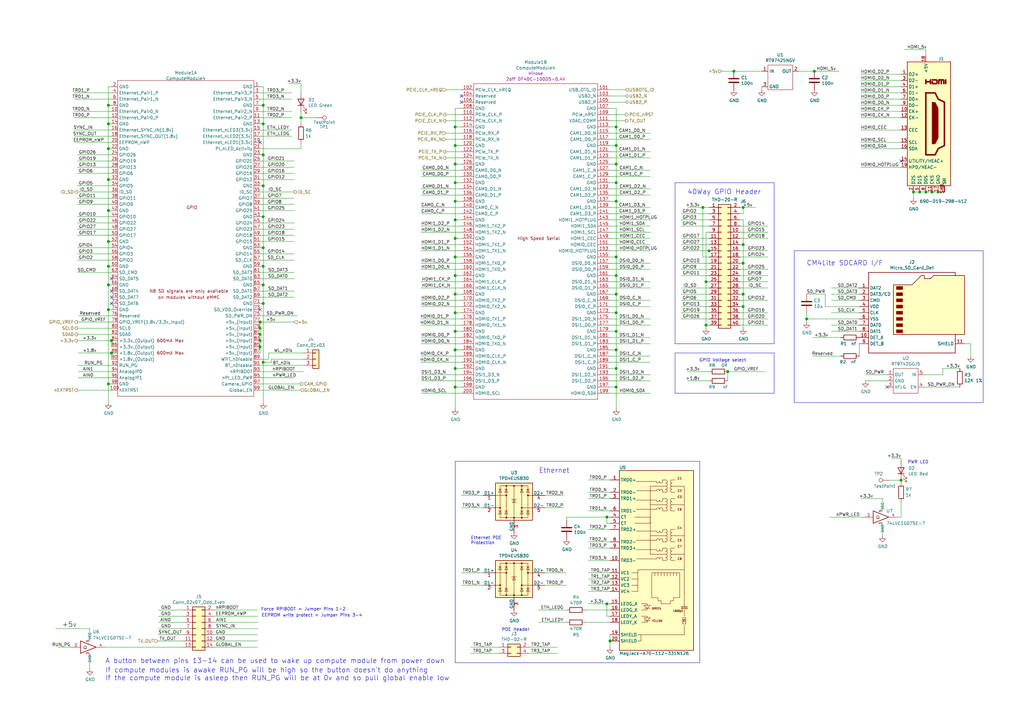
<source format=kicad_sch>
(kicad_sch (version 20231120) (generator "eeschema") (generator_version "8.0")
  (paper "A3")
  (lib_symbols
    (symbol "CM4IO:74LVC1G07_copy"
      (property "Reference" "U" (at -2.54 3.81 0))
      (property "Value" "74LVC1G07_copy" (at 0 -3.81 0))
      (symbol "74LVC1G07_copy_1_1"
        (pin input line (at -7.62 0 0) (length 3.81) (name "~") (number "2"))
        (pin power_in line (at 0 -2.54 270) (length 0) (name "GND") (number "3"))
        (pin open_collector line (at 6.35 0 180) (length 3.81) (name "~") (number "4"))
        (pin power_in line (at 0 2.54 90) (length 0) (name "VCC") (number "5"))
      )
    )
    (symbol "CM4IO:ComputeModule4-CM4"
      (property "Reference" "Module" (at 113.03 -68.58 0))
      (property "Value" "ComputeModule4-CM4" (at 140.97 2.54 0))
      (property "Field4" "Hirose" (at 0 0 0))
      (property "Field5" "2x DF40C-100DS-0.4V" (at 0 -2.54 0))
      (symbol "ComputeModule4-CM4_1_0"
        (text "GPIO" (at 0 6.35 0) (effects (font (size 1.27 1.27))))
      )
      (symbol "ComputeModule4-CM4_1_1"
        (text "600mA Max" (at -8.89 -53.34 0) (effects (font (size 1.27 1.27))))
        (text "600mA Max" (at -8.89 -48.26 0) (effects (font (size 1.27 1.27))))
        (text "NB SD signals are only available" (at -1.27 -27.94 0) (effects (font (size 1.27 1.27))))
        (text "on modules without eMMC" (at -1.27 -30.48 0) (effects (font (size 1.27 1.27))))
        (pin power_in line (at 27.94 55.88 180) (length 2.54) (name "GND") (number "1"))
        (pin passive line (at -33.02 45.72 0) (length 2.54) (name "Ethernet_Pair0_N") (number "10"))
        (pin output line (at -33.02 -68.58 0) (length 2.54) (name "nEXTRST") (number "100"))
        (pin passive line (at 27.94 43.18 180) (length 2.54) (name "Ethernet_Pair2_P") (number "11"))
        (pin passive line (at -33.02 43.18 0) (length 2.54) (name "Ethernet_Pair0_P") (number "12"))
        (pin power_in line (at 27.94 40.64 180) (length 2.54) (name "GND") (number "13"))
        (pin power_in line (at -33.02 40.64 0) (length 2.54) (name "GND") (number "14"))
        (pin output line (at 27.94 38.1 180) (length 2.54) (name "Ethernet_nLED3(3.3v)") (number "15"))
        (pin input line (at -33.02 38.1 0) (length 2.54) (name "Ethernet_SYNC_IN(1.8v)") (number "16"))
        (pin output line (at 27.94 35.56 180) (length 2.54) (name "Ethernet_nLED2(3.3v)") (number "17"))
        (pin input line (at -33.02 35.56 0) (length 2.54) (name "Ethernet_SYNC_OUT(1.8v)") (number "18"))
        (pin output line (at 27.94 33.02 180) (length 2.54) (name "Ethernet_nLED1(3.3v)") (number "19"))
        (pin power_in line (at -33.02 55.88 0) (length 2.54) (name "GND") (number "2"))
        (pin passive line (at -33.02 33.02 0) (length 2.54) (name "EEPROM_nWP") (number "20"))
        (pin open_collector line (at 27.94 30.48 180) (length 2.54) (name "PI_nLED_Activity") (number "21"))
        (pin power_in line (at -33.02 30.48 0) (length 2.54) (name "GND") (number "22"))
        (pin power_in line (at 27.94 27.94 180) (length 2.54) (name "GND") (number "23"))
        (pin passive line (at -33.02 27.94 0) (length 2.54) (name "GPIO26") (number "24"))
        (pin passive line (at 27.94 25.4 180) (length 2.54) (name "GPIO21") (number "25"))
        (pin passive line (at -33.02 25.4 0) (length 2.54) (name "GPIO19") (number "26"))
        (pin passive line (at 27.94 22.86 180) (length 2.54) (name "GPIO20") (number "27"))
        (pin passive line (at -33.02 22.86 0) (length 2.54) (name "GPIO13") (number "28"))
        (pin passive line (at 27.94 20.32 180) (length 2.54) (name "GPIO16") (number "29"))
        (pin passive line (at 27.94 53.34 180) (length 2.54) (name "Ethernet_Pair3_P") (number "3"))
        (pin passive line (at -33.02 20.32 0) (length 2.54) (name "GPIO6") (number "30"))
        (pin passive line (at 27.94 17.78 180) (length 2.54) (name "GPIO12") (number "31"))
        (pin power_in line (at -33.02 17.78 0) (length 2.54) (name "GND") (number "32"))
        (pin power_in line (at 27.94 15.24 180) (length 2.54) (name "GND") (number "33"))
        (pin passive line (at -33.02 15.24 0) (length 2.54) (name "GPIO5") (number "34"))
        (pin passive line (at 27.94 12.7 180) (length 2.54) (name "ID_SC") (number "35"))
        (pin passive line (at -33.02 12.7 0) (length 2.54) (name "ID_SD") (number "36"))
        (pin passive line (at 27.94 10.16 180) (length 2.54) (name "GPIO7") (number "37"))
        (pin passive line (at -33.02 10.16 0) (length 2.54) (name "GPIO11") (number "38"))
        (pin passive line (at 27.94 7.62 180) (length 2.54) (name "GPIO8") (number "39"))
        (pin passive line (at -33.02 53.34 0) (length 2.54) (name "Ethernet_Pair1_P") (number "4"))
        (pin passive line (at -33.02 7.62 0) (length 2.54) (name "GPIO9") (number "40"))
        (pin passive line (at 27.94 5.08 180) (length 2.54) (name "GPIO25") (number "41"))
        (pin power_in line (at -33.02 5.08 0) (length 2.54) (name "GND") (number "42"))
        (pin power_in line (at 27.94 2.54 180) (length 2.54) (name "GND") (number "43"))
        (pin passive line (at -33.02 2.54 0) (length 2.54) (name "GPIO10") (number "44"))
        (pin passive line (at 27.94 0 180) (length 2.54) (name "GPIO24") (number "45"))
        (pin passive line (at -33.02 0 0) (length 2.54) (name "GPIO22") (number "46"))
        (pin passive line (at 27.94 -2.54 180) (length 2.54) (name "GPIO23") (number "47"))
        (pin passive line (at -33.02 -2.54 0) (length 2.54) (name "GPIO27") (number "48"))
        (pin passive line (at 27.94 -5.08 180) (length 2.54) (name "GPIO18") (number "49"))
        (pin passive line (at 27.94 50.8 180) (length 2.54) (name "Ethernet_Pair3_N") (number "5"))
        (pin passive line (at -33.02 -5.08 0) (length 2.54) (name "GPIO17") (number "50"))
        (pin passive line (at 27.94 -7.62 180) (length 2.54) (name "GPIO15") (number "51"))
        (pin power_in line (at -33.02 -7.62 0) (length 2.54) (name "GND") (number "52"))
        (pin power_in line (at 27.94 -10.16 180) (length 2.54) (name "GND") (number "53"))
        (pin passive line (at -33.02 -10.16 0) (length 2.54) (name "GPIO4") (number "54"))
        (pin passive line (at 27.94 -12.7 180) (length 2.54) (name "GPIO14") (number "55"))
        (pin passive line (at -33.02 -12.7 0) (length 2.54) (name "GPIO3") (number "56"))
        (pin passive line (at 27.94 -15.24 180) (length 2.54) (name "SD_CLK") (number "57"))
        (pin passive line (at -33.02 -15.24 0) (length 2.54) (name "GPIO2") (number "58"))
        (pin power_in line (at 27.94 -17.78 180) (length 2.54) (name "GND") (number "59"))
        (pin passive line (at -33.02 50.8 0) (length 2.54) (name "Ethernet_Pair1_N") (number "6"))
        (pin power_in line (at -33.02 -17.78 0) (length 2.54) (name "GND") (number "60"))
        (pin passive line (at 27.94 -20.32 180) (length 2.54) (name "SD_DAT3") (number "61"))
        (pin passive line (at -33.02 -20.32 0) (length 2.54) (name "SD_CMD") (number "62"))
        (pin passive line (at 27.94 -22.86 180) (length 2.54) (name "SD_DAT0") (number "63"))
        (pin passive line (at -33.02 -22.86 0) (length 2.54) (name "SD_DAT5") (number "64"))
        (pin power_in line (at 27.94 -25.4 180) (length 2.54) (name "GND") (number "65"))
        (pin power_in line (at -33.02 -25.4 0) (length 2.54) (name "GND") (number "66"))
        (pin passive line (at 27.94 -27.94 180) (length 2.54) (name "SD_DAT1") (number "67"))
        (pin passive line (at -33.02 -27.94 0) (length 2.54) (name "SD_DAT4") (number "68"))
        (pin passive line (at 27.94 -30.48 180) (length 2.54) (name "SD_DAT2") (number "69"))
        (pin power_in line (at 27.94 48.26 180) (length 2.54) (name "GND") (number "7"))
        (pin passive line (at -33.02 -30.48 0) (length 2.54) (name "SD_DAT7") (number "70"))
        (pin power_in line (at 27.94 -33.02 180) (length 2.54) (name "GND") (number "71"))
        (pin passive line (at -33.02 -33.02 0) (length 2.54) (name "SD_DAT6") (number "72"))
        (pin input line (at 27.94 -35.56 180) (length 2.54) (name "SD_VDD_Override") (number "73"))
        (pin power_in line (at -33.02 -35.56 0) (length 2.54) (name "GND") (number "74"))
        (pin output line (at 27.94 -38.1 180) (length 2.54) (name "SD_PWR_ON") (number "75"))
        (pin passive line (at -33.02 -38.1 0) (length 2.54) (name "Reserved") (number "76"))
        (pin power_in line (at 27.94 -40.64 180) (length 2.54) (name "+5v_(Input)") (number "77"))
        (pin power_in line (at -33.02 -40.64 0) (length 2.54) (name "GPIO_VREF(1.8v/3.3v_Input)") (number "78"))
        (pin power_in line (at 27.94 -43.18 180) (length 2.54) (name "+5v_(Input)") (number "79"))
        (pin power_in line (at -33.02 48.26 0) (length 2.54) (name "GND") (number "8"))
        (pin passive line (at -33.02 -43.18 0) (length 2.54) (name "SCL0") (number "80"))
        (pin power_in line (at 27.94 -45.72 180) (length 2.54) (name "+5v_(Input)") (number "81"))
        (pin passive line (at -33.02 -45.72 0) (length 2.54) (name "SDA0") (number "82"))
        (pin power_in line (at 27.94 -48.26 180) (length 2.54) (name "+5v_(Input)") (number "83"))
        (pin power_out line (at -33.02 -48.26 0) (length 2.54) (name "+3.3v_(Output)") (number "84"))
        (pin power_in line (at 27.94 -50.8 180) (length 2.54) (name "+5v_(Input)") (number "85"))
        (pin power_out line (at -33.02 -50.8 0) (length 2.54) (name "+3.3v_(Output)") (number "86"))
        (pin power_in line (at 27.94 -53.34 180) (length 2.54) (name "+5v_(Input)") (number "87"))
        (pin power_out line (at -33.02 -53.34 0) (length 2.54) (name "+1.8v_(Output)") (number "88"))
        (pin power_in line (at 27.94 -55.88 180) (length 2.54) (name "WiFi_nDisable") (number "89"))
        (pin passive line (at 27.94 45.72 180) (length 2.54) (name "Ethernet_Pair2_N") (number "9"))
        (pin power_out line (at -33.02 -55.88 0) (length 2.54) (name "+1.8v_(Output)") (number "90"))
        (pin power_in line (at 27.94 -58.42 180) (length 2.54) (name "BT_nDisable") (number "91"))
        (pin passive line (at -33.02 -58.42 0) (length 2.54) (name "RUN_PG") (number "92"))
        (pin input line (at 27.94 -60.96 180) (length 2.54) (name "nRPIBOOT") (number "93"))
        (pin passive line (at -33.02 -60.96 0) (length 2.54) (name "AnalogIP0") (number "94"))
        (pin output line (at 27.94 -63.5 180) (length 2.54) (name "nPI_LED_PWR") (number "95"))
        (pin passive line (at -33.02 -63.5 0) (length 2.54) (name "AnalogIP1") (number "96"))
        (pin passive line (at 27.94 -66.04 180) (length 2.54) (name "Camera_GPIO") (number "97"))
        (pin power_in line (at -33.02 -66.04 0) (length 2.54) (name "GND") (number "98"))
        (pin input line (at 27.94 -68.58 180) (length 2.54) (name "Global_EN") (number "99"))
      )
      (symbol "ComputeModule4-CM4_2_1"
        (text "High Speed Serial" (at 140.97 0 0) (effects (font (size 1.27 1.27))))
        (pin input line (at 170.18 60.96 180) (length 5.08) (name "USB_OTG_ID") (number "101"))
        (pin input line (at 109.22 60.96 0) (length 5.08) (name "PCIe_CLK_nREQ") (number "102"))
        (pin passive line (at 170.18 58.42 180) (length 5.08) (name "USB2_N") (number "103"))
        (pin passive line (at 109.22 58.42 0) (length 5.08) (name "Reserved") (number "104"))
        (pin passive line (at 170.18 55.88 180) (length 5.08) (name "USB2_P") (number "105"))
        (pin passive line (at 109.22 55.88 0) (length 5.08) (name "Reserved") (number "106"))
        (pin power_in line (at 170.18 53.34 180) (length 5.08) (name "GND") (number "107"))
        (pin power_in line (at 109.22 53.34 0) (length 5.08) (name "GND") (number "108"))
        (pin bidirectional line (at 170.18 50.8 180) (length 5.08) (name "PCIe_nRST") (number "109"))
        (pin output line (at 109.22 50.8 0) (length 5.08) (name "PCIe_CLK_P") (number "110"))
        (pin passive line (at 170.18 48.26 180) (length 5.08) (name "VDAC_COMP") (number "111"))
        (pin output line (at 109.22 48.26 0) (length 5.08) (name "PCIe_CLK_N") (number "112"))
        (pin power_in line (at 170.18 45.72 180) (length 5.08) (name "GND") (number "113"))
        (pin power_in line (at 109.22 45.72 0) (length 5.08) (name "GND") (number "114"))
        (pin input line (at 170.18 43.18 180) (length 5.08) (name "CAM1_D0_N") (number "115"))
        (pin input line (at 109.22 43.18 0) (length 5.08) (name "PCIe_RX_P") (number "116"))
        (pin input line (at 170.18 40.64 180) (length 5.08) (name "CAM1_D0_P") (number "117"))
        (pin input line (at 109.22 40.64 0) (length 5.08) (name "PCIe_RX_N") (number "118"))
        (pin power_in line (at 170.18 38.1 180) (length 5.08) (name "GND") (number "119"))
        (pin power_in line (at 109.22 38.1 0) (length 5.08) (name "GND") (number "120"))
        (pin input line (at 170.18 35.56 180) (length 5.08) (name "CAM1_D1_N") (number "121"))
        (pin output line (at 109.22 35.56 0) (length 5.08) (name "PCIe_TX_P") (number "122"))
        (pin input line (at 170.18 33.02 180) (length 5.08) (name "CAM1_D1_P") (number "123"))
        (pin output line (at 109.22 33.02 0) (length 5.08) (name "PCIe_TX_N") (number "124"))
        (pin power_in line (at 170.18 30.48 180) (length 5.08) (name "GND") (number "125"))
        (pin power_in line (at 109.22 30.48 0) (length 5.08) (name "GND") (number "126"))
        (pin input line (at 170.18 27.94 180) (length 5.08) (name "CAM1_C_N") (number "127"))
        (pin input line (at 109.22 27.94 0) (length 5.08) (name "CAM0_D0_N") (number "128"))
        (pin input line (at 170.18 25.4 180) (length 5.08) (name "CAM1_C_P") (number "129"))
        (pin input line (at 109.22 25.4 0) (length 5.08) (name "CAM0_D0_P") (number "130"))
        (pin power_in line (at 170.18 22.86 180) (length 5.08) (name "GND") (number "131"))
        (pin power_in line (at 109.22 22.86 0) (length 5.08) (name "GND") (number "132"))
        (pin input line (at 170.18 20.32 180) (length 5.08) (name "CAM1_D2_N") (number "133"))
        (pin input line (at 109.22 20.32 0) (length 5.08) (name "CAM0_D1_N") (number "134"))
        (pin input line (at 170.18 17.78 180) (length 5.08) (name "CAM1_D2_P") (number "135"))
        (pin input line (at 109.22 17.78 0) (length 5.08) (name "CAM0_D1_P") (number "136"))
        (pin power_in line (at 170.18 15.24 180) (length 5.08) (name "GND") (number "137"))
        (pin power_in line (at 109.22 15.24 0) (length 5.08) (name "GND") (number "138"))
        (pin input line (at 170.18 12.7 180) (length 5.08) (name "CAM1_D3_N") (number "139"))
        (pin input line (at 109.22 12.7 0) (length 5.08) (name "CAM0_C_N") (number "140"))
        (pin input line (at 170.18 10.16 180) (length 5.08) (name "CAM1_D3_P") (number "141"))
        (pin input line (at 109.22 10.16 0) (length 5.08) (name "CAM0_C_P") (number "142"))
        (pin input line (at 170.18 7.62 180) (length 5.08) (name "HDMI1_HOTPLUG") (number "143"))
        (pin power_in line (at 109.22 7.62 0) (length 5.08) (name "GND") (number "144"))
        (pin bidirectional line (at 170.18 5.08 180) (length 5.08) (name "HDMI1_SDA") (number "145"))
        (pin output line (at 109.22 5.08 0) (length 5.08) (name "HDMI1_TX2_P") (number "146"))
        (pin open_collector line (at 170.18 2.54 180) (length 5.08) (name "HDMI1_SCL") (number "147"))
        (pin output line (at 109.22 2.54 0) (length 5.08) (name "HDMI1_TX2_N") (number "148"))
        (pin open_collector line (at 170.18 0 180) (length 5.08) (name "HDMI1_CEC") (number "149"))
        (pin power_in line (at 109.22 0 0) (length 5.08) (name "GND") (number "150"))
        (pin open_collector line (at 170.18 -2.54 180) (length 5.08) (name "HDMI0_CEC") (number "151"))
        (pin output line (at 109.22 -2.54 0) (length 5.08) (name "HDMI1_TX1_P") (number "152"))
        (pin input line (at 170.18 -5.08 180) (length 5.08) (name "HDMI0_HOTPLUG") (number "153"))
        (pin output line (at 109.22 -5.08 0) (length 5.08) (name "HDMI1_TX1_N") (number "154"))
        (pin power_in line (at 170.18 -7.62 180) (length 5.08) (name "GND") (number "155"))
        (pin power_in line (at 109.22 -7.62 0) (length 5.08) (name "GND") (number "156"))
        (pin output line (at 170.18 -10.16 180) (length 5.08) (name "DSI0_D0_N") (number "157"))
        (pin output line (at 109.22 -10.16 0) (length 5.08) (name "HDMI1_TX0_P") (number "158"))
        (pin output line (at 170.18 -12.7 180) (length 5.08) (name "DSI0_D0_P") (number "159"))
        (pin output line (at 109.22 -12.7 0) (length 5.08) (name "HDMI1_TX0_N") (number "160"))
        (pin power_in line (at 170.18 -15.24 180) (length 5.08) (name "GND") (number "161"))
        (pin power_in line (at 109.22 -15.24 0) (length 5.08) (name "GND") (number "162"))
        (pin output line (at 170.18 -17.78 180) (length 5.08) (name "DSI0_D1_N") (number "163"))
        (pin output line (at 109.22 -17.78 0) (length 5.08) (name "HDMI1_CLK_P") (number "164"))
        (pin output line (at 170.18 -20.32 180) (length 5.08) (name "DSI0_D1_P") (number "165"))
        (pin output line (at 109.22 -20.32 0) (length 5.08) (name "HDMI1_CLK_N") (number "166"))
        (pin power_in line (at 170.18 -22.86 180) (length 5.08) (name "GND") (number "167"))
        (pin power_in line (at 109.22 -22.86 0) (length 5.08) (name "GND") (number "168"))
        (pin output line (at 170.18 -25.4 180) (length 5.08) (name "DSI0_C_N") (number "169"))
        (pin output line (at 109.22 -25.4 0) (length 5.08) (name "HDMI0_TX2_P") (number "170"))
        (pin output line (at 170.18 -27.94 180) (length 5.08) (name "DSI0_C_P") (number "171"))
        (pin output line (at 109.22 -27.94 0) (length 5.08) (name "HDMI0_TX2_N") (number "172"))
        (pin power_in line (at 170.18 -30.48 180) (length 5.08) (name "GND") (number "173"))
        (pin power_in line (at 109.22 -30.48 0) (length 5.08) (name "GND") (number "174"))
        (pin output line (at 170.18 -33.02 180) (length 5.08) (name "DSI1_D0_N") (number "175"))
        (pin output line (at 109.22 -33.02 0) (length 5.08) (name "HDMI0_TX1_P") (number "176"))
        (pin output line (at 170.18 -35.56 180) (length 5.08) (name "DSI1_D0_P") (number "177"))
        (pin output line (at 109.22 -35.56 0) (length 5.08) (name "HDMI0_TX1_N") (number "178"))
        (pin power_in line (at 170.18 -38.1 180) (length 5.08) (name "GND") (number "179"))
        (pin power_in line (at 109.22 -38.1 0) (length 5.08) (name "GND") (number "180"))
        (pin output line (at 170.18 -40.64 180) (length 5.08) (name "DSI1_D1_N") (number "181"))
        (pin output line (at 109.22 -40.64 0) (length 5.08) (name "HDMI0_TX0_P") (number "182"))
        (pin output line (at 170.18 -43.18 180) (length 5.08) (name "DSI1_D1_P") (number "183"))
        (pin output line (at 109.22 -43.18 0) (length 5.08) (name "HDMI0_TX0_N") (number "184"))
        (pin power_in line (at 170.18 -45.72 180) (length 5.08) (name "GND") (number "185"))
        (pin power_in line (at 109.22 -45.72 0) (length 5.08) (name "GND") (number "186"))
        (pin output line (at 170.18 -48.26 180) (length 5.08) (name "DSI1_C_N") (number "187"))
        (pin output line (at 109.22 -48.26 0) (length 5.08) (name "HDMI0_CLK_P") (number "188"))
        (pin output line (at 170.18 -50.8 180) (length 5.08) (name "DSI1_C_P") (number "189"))
        (pin output line (at 109.22 -50.8 0) (length 5.08) (name "HDMI0_CLK_N") (number "190"))
        (pin power_in line (at 170.18 -53.34 180) (length 5.08) (name "GND") (number "191"))
        (pin power_in line (at 109.22 -53.34 0) (length 5.08) (name "GND") (number "192"))
        (pin output line (at 170.18 -55.88 180) (length 5.08) (name "DSI1_D2_N") (number "193"))
        (pin output line (at 109.22 -55.88 0) (length 5.08) (name "DSI1_D3_N") (number "194"))
        (pin output line (at 170.18 -58.42 180) (length 5.08) (name "DSI1_D2_P") (number "195"))
        (pin output line (at 109.22 -58.42 0) (length 5.08) (name "DSI1_D3_P") (number "196"))
        (pin power_in line (at 170.18 -60.96 180) (length 5.08) (name "GND") (number "197"))
        (pin power_in line (at 109.22 -60.96 0) (length 5.08) (name "GND") (number "198"))
        (pin bidirectional line (at 170.18 -63.5 180) (length 5.08) (name "HDMI0_SDA") (number "199"))
        (pin open_collector line (at 109.22 -63.5 0) (length 5.08) (name "HDMI0_SCL") (number "200"))
      )
    )
    (symbol "CM4IO:HDMI_A_1.4"
      (property "Reference" "J" (at -6.35 26.67 0))
      (property "Value" "HDMI_A_1.4" (at 10.16 26.67 0))
      (symbol "HDMI_A_1.4_0_0"
        (pin passive line (at 7.62 -27.94 90) (length 2.54) (name "SH") (number "SH2"))
        (pin passive line (at 7.62 -27.94 90) (length 2.54) (name "SH") (number "SH3"))
        (pin passive line (at 7.62 -27.94 90) (length 2.54) (name "SH") (number "SH4"))
      )
      (symbol "HDMI_A_1.4_1_1"
        (pin passive line (at -10.16 20.32 0) (length 2.54) (name "D2+") (number "1"))
        (pin passive line (at -10.16 5.08 0) (length 2.54) (name "CK+") (number "10"))
        (pin power_in line (at 2.54 -27.94 90) (length 2.54) (name "CKS") (number "11"))
        (pin passive line (at -10.16 2.54 0) (length 2.54) (name "CK-") (number "12"))
        (pin bidirectional line (at -10.16 -2.54 0) (length 2.54) (name "CEC") (number "13"))
        (pin passive line (at -10.16 -15.24 0) (length 2.54) (name "UTILITY/HEAC+") (number "14"))
        (pin passive line (at -10.16 -7.62 0) (length 2.54) (name "SCL") (number "15"))
        (pin bidirectional line (at -10.16 -10.16 0) (length 2.54) (name "SDA") (number "16"))
        (pin power_in line (at 5.08 -27.94 90) (length 2.54) (name "GND") (number "17"))
        (pin power_in line (at 0 27.94 270) (length 2.54) (name "+5V") (number "18"))
        (pin passive line (at -10.16 -17.78 0) (length 2.54) (name "HPD/HEAC-") (number "19"))
        (pin power_in line (at -5.08 -27.94 90) (length 2.54) (name "D2S") (number "2"))
        (pin passive line (at -10.16 17.78 0) (length 2.54) (name "D2-") (number "3"))
        (pin passive line (at -10.16 15.24 0) (length 2.54) (name "D1+") (number "4"))
        (pin power_in line (at -2.54 -27.94 90) (length 2.54) (name "D1S") (number "5"))
        (pin passive line (at -10.16 12.7 0) (length 2.54) (name "D1-") (number "6"))
        (pin passive line (at -10.16 10.16 0) (length 2.54) (name "D0+") (number "7"))
        (pin power_in line (at 0 -27.94 90) (length 2.54) (name "D0S") (number "8"))
        (pin passive line (at -10.16 7.62 0) (length 2.54) (name "D0-") (number "9"))
        (pin passive line (at 7.62 -27.94 90) (length 2.54) (name "SH") (number "SH1"))
      )
    )
    (symbol "CM4IO:MagJack-A70-112-331N126"
      (property "Reference" "U" (at 0 0 0))
      (property "Value" "MagJack-A70-112-331N126" (at 0 0 0))
      (symbol "MagJack-A70-112-331N126_1_1"
        (text "1000pF" (at 6.35 17.399 0) (effects (font (size 0.762 0.762))))
        (text "75" (at 8.89 13.335 900) (effects (font (size 0.762 0.762))))
        (text "C1" (at 6.985 71.755 0) (effects (font (size 0.889 0.889))))
        (text "C2" (at 6.985 66.675 0) (effects (font (size 0.889 0.889))))
        (text "C3" (at 6.985 64.135 0) (effects (font (size 0.889 0.889))))
        (text "C4" (at 6.985 51.435 0) (effects (font (size 0.889 0.889))))
        (text "C5" (at 6.985 46.355 0) (effects (font (size 0.889 0.889))))
        (text "C6" (at 6.985 59.055 0) (effects (font (size 0.889 0.889))))
        (text "C7" (at 6.985 43.815 0) (effects (font (size 0.889 0.889))))
        (text "C8" (at 6.985 38.735 0) (effects (font (size 0.889 0.889))))
        (text "GREEN" (at -4.445 18.415 0) (effects (font (size 0.762 0.762)) (justify left)))
        (text "YELLOW" (at -4.445 13.335 0) (effects (font (size 0.762 0.762)) (justify left)))
        (pin passive line (at -21.59 71.12 0) (length 3.81) (name "TRD0+") (number "1"))
        (pin passive line (at -21.59 38.1 0) (length 3.81) (name "TRD3-") (number "10"))
        (pin passive line (at -21.59 33.02 0) (length 3.81) (name "VC1") (number "11"))
        (pin passive line (at -21.59 30.48 0) (length 3.81) (name "VC2") (number "12"))
        (pin passive line (at -21.59 27.94 0) (length 3.81) (name "VC3") (number "13"))
        (pin passive line (at -21.59 25.4 0) (length 3.81) (name "VC4") (number "14"))
        (pin passive line (at -21.59 20.32 0) (length 3.81) (name "LEDG_A") (number "15"))
        (pin passive line (at -21.59 17.78 0) (length 3.81) (name "LEDG_K") (number "16"))
        (pin passive line (at -21.59 15.24 0) (length 3.81) (name "LEDY_A") (number "17"))
        (pin passive line (at -21.59 12.7 0) (length 3.81) (name "LEDY_K") (number "18"))
        (pin passive line (at -21.59 7.62 0) (length 3.81) (name "SHIELD") (number "19"))
        (pin passive line (at -21.59 66.04 0) (length 3.81) (name "TRD0-") (number "2"))
        (pin passive line (at -21.59 5.08 0) (length 3.81) (name "SHIELD") (number "20"))
        (pin passive line (at -21.59 63.5 0) (length 3.81) (name "TRD1+") (number "3"))
        (pin passive line (at -21.59 55.88 0) (length 3.81) (name "CT") (number "4"))
        (pin passive line (at -21.59 53.34 0) (length 3.81) (name "CT") (number "5"))
        (pin passive line (at -21.59 58.42 0) (length 3.81) (name "TRD1-") (number "6"))
        (pin passive line (at -21.59 50.8 0) (length 3.81) (name "TRD2+") (number "7"))
        (pin passive line (at -21.59 45.72 0) (length 3.81) (name "TRD2-") (number "8"))
        (pin passive line (at -21.59 43.18 0) (length 3.81) (name "TRD3+") (number "9"))
      )
    )
    (symbol "CM4IO:RT9742GGJ5"
      (property "Reference" "U" (at 0 0 0))
      (property "Value" "RT9742GGJ5" (at 0 0 0))
      (symbol "RT9742GGJ5_0_0"
        (pin power_out line (at -8.89 10.16 0) (length 2.54) (name "OUT") (number "1"))
        (pin power_in line (at -8.89 7.62 0) (length 2.54) (name "GND") (number "2"))
        (pin open_collector line (at -8.89 5.08 0) (length 2.54) (name "nFLG") (number "3"))
        (pin input line (at 6.35 5.08 180) (length 2.54) (name "EN") (number "4"))
        (pin power_in line (at 6.35 10.16 180) (length 2.54) (name "IN") (number "5"))
      )
    )
    (symbol "CM4IO:RT9742SNGV"
      (property "Reference" "U12" (at 2.54 10.541 0))
      (property "Value" "RT9742SNGV" (at 2.54 8.2296 0))
      (symbol "RT9742SNGV_1_1"
        (pin power_in line (at -5.08 3.81 0) (length 2.54) (name "IN") (number "1"))
        (pin output line (at 10.16 3.81 180) (length 2.54) (name "OUT") (number "2"))
        (pin power_in line (at -5.08 -2.54 0) (length 2.54) (name "GND") (number "3"))
      )
    )
    (symbol "CM4IO:TPD4EUSB30" (pin_names (offset 0))
      (property "Reference" "U" (at -0.635 8.89 0))
      (property "Value" "TPD4EUSB30" (at 8.89 -10.16 0))
      (symbol "TPD4EUSB30_1_1"
        (pin passive line (at -12.7 2.54 0) (length 5.08) (name "D1+") (number "1"))
        (pin passive line (at -12.7 2.54 0) (length 5.08) hide (name "~") (number "10"))
        (pin passive line (at -12.7 -2.54 0) (length 5.08) (name "D1-") (number "2"))
        (pin power_in line (at 0 -12.7 90) (length 5.08) (name "GND") (number "3"))
        (pin passive line (at 12.7 2.54 180) (length 5.08) (name "D2+") (number "4"))
        (pin passive line (at 12.7 -2.54 180) (length 5.08) (name "D2-") (number "5"))
        (pin passive line (at 12.7 -2.54 180) (length 5.08) hide (name "~") (number "6"))
        (pin passive line (at 12.7 2.54 180) (length 5.08) hide (name "~") (number "7"))
        (pin passive line (at 0 -12.7 90) (length 5.08) hide (name "GND") (number "8"))
        (pin passive line (at -12.7 -2.54 0) (length 5.08) hide (name "~") (number "9"))
      )
    )
    (symbol "Connector:Micro_SD_Card_Det"
      (property "Reference" "J" (at -16.51 17.78 0))
      (property "Value" "Micro_SD_Card_Det" (at 16.51 17.78 0))
      (symbol "Micro_SD_Card_Det_1_1"
        (pin bidirectional line (at -22.86 10.16 0) (length 3.81) (name "DAT2") (number "1"))
        (pin passive line (at -22.86 -10.16 0) (length 3.81) (name "DET_A") (number "10"))
        (pin passive line (at 20.32 -12.7 180) (length 3.81) (name "SHIELD") (number "11"))
        (pin bidirectional line (at -22.86 7.62 0) (length 3.81) (name "DAT3/CD") (number "2"))
        (pin input line (at -22.86 5.08 0) (length 3.81) (name "CMD") (number "3"))
        (pin power_in line (at -22.86 2.54 0) (length 3.81) (name "VDD") (number "4"))
        (pin input line (at -22.86 0 0) (length 3.81) (name "CLK") (number "5"))
        (pin power_in line (at -22.86 -2.54 0) (length 3.81) (name "VSS") (number "6"))
        (pin bidirectional line (at -22.86 -5.08 0) (length 3.81) (name "DAT0") (number "7"))
        (pin bidirectional line (at -22.86 -7.62 0) (length 3.81) (name "DAT1") (number "8"))
        (pin passive line (at -22.86 -12.7 0) (length 3.81) (name "DET_B") (number "9"))
      )
    )
    (symbol "Connector:TestPoint" (pin_numbers hide) (pin_names (offset 0.762) hide)
      (property "Reference" "TP" (at 0 6.858 0))
      (property "Value" "TestPoint" (at 0 5.08 0))
      (symbol "TestPoint_1_1"
        (pin passive line (at 0 0 90) (length 2.54) (name "1") (number "1"))
      )
    )
    (symbol "Connector_Generic:Conn_01x03" (pin_names hide)
      (property "Reference" "J" (at 0 5.08 0))
      (property "Value" "Conn_01x03" (at 0 -5.08 0))
      (symbol "Conn_01x03_1_1"
        (pin passive line (at -5.08 2.54 0) (length 3.81) (name "Pin_1") (number "1"))
        (pin passive line (at -5.08 0 0) (length 3.81) (name "Pin_2") (number "2"))
        (pin passive line (at -5.08 -2.54 0) (length 3.81) (name "Pin_3") (number "3"))
      )
    )
    (symbol "Connector_Generic:Conn_02x02_Odd_Even" (pin_names hide)
      (property "Reference" "J" (at 1.27 2.54 0))
      (property "Value" "Conn_02x02_Odd_Even" (at 1.27 -5.08 0))
      (symbol "Conn_02x02_Odd_Even_1_1"
        (pin passive line (at -5.08 0 0) (length 3.81) (name "Pin_1") (number "1"))
        (pin passive line (at 7.62 0 180) (length 3.81) (name "Pin_2") (number "2"))
        (pin passive line (at -5.08 -2.54 0) (length 3.81) (name "Pin_3") (number "3"))
        (pin passive line (at 7.62 -2.54 180) (length 3.81) (name "Pin_4") (number "4"))
      )
    )
    (symbol "Connector_Generic:Conn_02x07_Odd_Even" (pin_names hide)
      (property "Reference" "J" (at 1.27 10.16 0))
      (property "Value" "Conn_02x07_Odd_Even" (at 1.27 -10.16 0))
      (symbol "Conn_02x07_Odd_Even_1_1"
        (pin passive line (at -5.08 7.62 0) (length 3.81) (name "Pin_1") (number "1"))
        (pin passive line (at 7.62 -2.54 180) (length 3.81) (name "Pin_10") (number "10"))
        (pin passive line (at -5.08 -5.08 0) (length 3.81) (name "Pin_11") (number "11"))
        (pin passive line (at 7.62 -5.08 180) (length 3.81) (name "Pin_12") (number "12"))
        (pin passive line (at -5.08 -7.62 0) (length 3.81) (name "Pin_13") (number "13"))
        (pin passive line (at 7.62 -7.62 180) (length 3.81) (name "Pin_14") (number "14"))
        (pin passive line (at 7.62 7.62 180) (length 3.81) (name "Pin_2") (number "2"))
        (pin passive line (at -5.08 5.08 0) (length 3.81) (name "Pin_3") (number "3"))
        (pin passive line (at 7.62 5.08 180) (length 3.81) (name "Pin_4") (number "4"))
        (pin passive line (at -5.08 2.54 0) (length 3.81) (name "Pin_5") (number "5"))
        (pin passive line (at 7.62 2.54 180) (length 3.81) (name "Pin_6") (number "6"))
        (pin passive line (at -5.08 0 0) (length 3.81) (name "Pin_7") (number "7"))
        (pin passive line (at 7.62 0 180) (length 3.81) (name "Pin_8") (number "8"))
        (pin passive line (at -5.08 -2.54 0) (length 3.81) (name "Pin_9") (number "9"))
      )
    )
    (symbol "Connector_Generic:Conn_02x20_Odd_Even" (pin_names hide)
      (property "Reference" "J" (at 1.27 25.4 0))
      (property "Value" "Conn_02x20_Odd_Even" (at 1.27 -27.94 0))
      (symbol "Conn_02x20_Odd_Even_1_1"
        (pin passive line (at -5.08 22.86 0) (length 3.81) (name "Pin_1") (number "1"))
        (pin passive line (at 7.62 12.7 180) (length 3.81) (name "Pin_10") (number "10"))
        (pin passive line (at -5.08 10.16 0) (length 3.81) (name "Pin_11") (number "11"))
        (pin passive line (at 7.62 10.16 180) (length 3.81) (name "Pin_12") (number "12"))
        (pin passive line (at -5.08 7.62 0) (length 3.81) (name "Pin_13") (number "13"))
        (pin passive line (at 7.62 7.62 180) (length 3.81) (name "Pin_14") (number "14"))
        (pin passive line (at -5.08 5.08 0) (length 3.81) (name "Pin_15") (number "15"))
        (pin passive line (at 7.62 5.08 180) (length 3.81) (name "Pin_16") (number "16"))
        (pin passive line (at -5.08 2.54 0) (length 3.81) (name "Pin_17") (number "17"))
        (pin passive line (at 7.62 2.54 180) (length 3.81) (name "Pin_18") (number "18"))
        (pin passive line (at -5.08 0 0) (length 3.81) (name "Pin_19") (number "19"))
        (pin passive line (at 7.62 22.86 180) (length 3.81) (name "Pin_2") (number "2"))
        (pin passive line (at 7.62 0 180) (length 3.81) (name "Pin_20") (number "20"))
        (pin passive line (at -5.08 -2.54 0) (length 3.81) (name "Pin_21") (number "21"))
        (pin passive line (at 7.62 -2.54 180) (length 3.81) (name "Pin_22") (number "22"))
        (pin passive line (at -5.08 -5.08 0) (length 3.81) (name "Pin_23") (number "23"))
        (pin passive line (at 7.62 -5.08 180) (length 3.81) (name "Pin_24") (number "24"))
        (pin passive line (at -5.08 -7.62 0) (length 3.81) (name "Pin_25") (number "25"))
        (pin passive line (at 7.62 -7.62 180) (length 3.81) (name "Pin_26") (number "26"))
        (pin passive line (at -5.08 -10.16 0) (length 3.81) (name "Pin_27") (number "27"))
        (pin passive line (at 7.62 -10.16 180) (length 3.81) (name "Pin_28") (number "28"))
        (pin passive line (at -5.08 -12.7 0) (length 3.81) (name "Pin_29") (number "29"))
        (pin passive line (at -5.08 20.32 0) (length 3.81) (name "Pin_3") (number "3"))
        (pin passive line (at 7.62 -12.7 180) (length 3.81) (name "Pin_30") (number "30"))
        (pin passive line (at -5.08 -15.24 0) (length 3.81) (name "Pin_31") (number "31"))
        (pin passive line (at 7.62 -15.24 180) (length 3.81) (name "Pin_32") (number "32"))
        (pin passive line (at -5.08 -17.78 0) (length 3.81) (name "Pin_33") (number "33"))
        (pin passive line (at 7.62 -17.78 180) (length 3.81) (name "Pin_34") (number "34"))
        (pin passive line (at -5.08 -20.32 0) (length 3.81) (name "Pin_35") (number "35"))
        (pin passive line (at 7.62 -20.32 180) (length 3.81) (name "Pin_36") (number "36"))
        (pin passive line (at -5.08 -22.86 0) (length 3.81) (name "Pin_37") (number "37"))
        (pin passive line (at 7.62 -22.86 180) (length 3.81) (name "Pin_38") (number "38"))
        (pin passive line (at -5.08 -25.4 0) (length 3.81) (name "Pin_39") (number "39"))
        (pin passive line (at 7.62 20.32 180) (length 3.81) (name "Pin_4") (number "4"))
        (pin passive line (at 7.62 -25.4 180) (length 3.81) (name "Pin_40") (number "40"))
        (pin passive line (at -5.08 17.78 0) (length 3.81) (name "Pin_5") (number "5"))
        (pin passive line (at 7.62 17.78 180) (length 3.81) (name "Pin_6") (number "6"))
        (pin passive line (at -5.08 15.24 0) (length 3.81) (name "Pin_7") (number "7"))
        (pin passive line (at 7.62 15.24 180) (length 3.81) (name "Pin_8") (number "8"))
        (pin passive line (at -5.08 12.7 0) (length 3.81) (name "Pin_9") (number "9"))
      )
    )
    (symbol "Device:C" (pin_numbers hide) (pin_names (offset 0.254))
      (property "Reference" "C" (at 0.635 2.54 0))
      (property "Value" "C" (at 0.635 -2.54 0))
      (symbol "C_1_1"
        (pin passive line (at 0 3.81 270) (length 2.794) (name "~") (number "1"))
        (pin passive line (at 0 -3.81 90) (length 2.794) (name "~") (number "2"))
      )
    )
    (symbol "Device:LED" (pin_numbers hide) (pin_names hide)
      (property "Reference" "D" (at 0 2.54 0))
      (property "Value" "LED" (at 0 -2.54 0))
      (symbol "LED_1_1"
        (pin passive line (at -3.81 0 0) (length 2.54) (name "K") (number "1"))
        (pin passive line (at 3.81 0 180) (length 2.54) (name "A") (number "2"))
      )
    )
    (symbol "Device:R" (pin_numbers hide) (pin_names (offset 0))
      (property "Reference" "R" (at 2.032 0 90))
      (property "Value" "R" (at 0 0 90))
      (symbol "R_1_1"
        (pin passive line (at 0 3.81 270) (length 1.27) (name "~") (number "1"))
        (pin passive line (at 0 -3.81 90) (length 1.27) (name "~") (number "2"))
      )
    )
    (symbol "power:GND" (power) (pin_names (offset 0))
      (property "Value" "GND" (at 0 -3.81 0))
      (symbol "GND_1_1"
        (pin power_in line (at 0 0 270) (length 0) hide (name "GND") (number "1"))
      )
    )
  )
  (junction (at 252.73 59.69) (diameter 1.016))
  (junction (at 45.72 144.78) (diameter 1.016))
  (junction (at 107.95 63.5) (diameter 1.016))
  (junction (at 252.73 74.93) (diameter 1.016))
  (junction (at 107.95 76.2) (diameter 1.016))
  (junction (at 290.83 102.87) (diameter 1.016))
  (junction (at 186.69 143.51) (diameter 1.016))
  (junction (at 304.8 85.09) (diameter 1.016))
  (junction (at 374.65 78.74) (diameter 1.016))
  (junction (at 377.19 78.74) (diameter 1.016))
  (junction (at 248.92 212.09) (diameter 1.016))
  (junction (at 250.19 262.89) (diameter 1.016))
  (junction (at 304.8 100.33) (diameter 1.016))
  (junction (at 252.73 143.51) (diameter 1.016))
  (junction (at 252.73 113.03) (diameter 1.016))
  (junction (at 252.73 158.75) (diameter 1.016))
  (junction (at 186.69 158.75) (diameter 1.016))
  (junction (at 107.95 109.22) (diameter 1.016))
  (junction (at 107.95 101.6) (diameter 1.016))
  (junction (at 304.8 120.65) (diameter 1.016))
  (junction (at 44.45 127) (diameter 1.016))
  (junction (at 304.8 107.95) (diameter 1.016))
  (junction (at 186.69 97.79) (diameter 1.016))
  (junction (at 304.8 125.73) (diameter 1.016))
  (junction (at 123.444 48.26) (diameter 1.016))
  (junction (at 384.81 78.74) (diameter 1.016))
  (junction (at 106.68 132.08) (diameter 1.016))
  (junction (at 186.69 74.93) (diameter 1.016))
  (junction (at 44.45 109.22) (diameter 1.016))
  (junction (at 107.95 116.84) (diameter 1.016))
  (junction (at 186.69 120.65) (diameter 1.016))
  (junction (at 289.56 133.35) (diameter 1.016))
  (junction (at 44.45 60.96) (diameter 1.016))
  (junction (at 330.835 130.81) (diameter 1.016))
  (junction (at 44.45 73.66) (diameter 1.016))
  (junction (at 252.73 135.89) (diameter 1.016))
  (junction (at 186.69 105.41) (diameter 1.016))
  (junction (at 106.68 134.62) (diameter 1.016))
  (junction (at 289.56 115.57) (diameter 1.016))
  (junction (at 186.69 135.89) (diameter 1.016))
  (junction (at 382.27 78.74) (diameter 1.016))
  (junction (at 252.73 151.13) (diameter 1.016))
  (junction (at 186.69 52.07) (diameter 1.016))
  (junction (at 334.01 29.21) (diameter 1.016))
  (junction (at 252.73 120.65) (diameter 1.016))
  (junction (at 107.95 50.8) (diameter 1.016))
  (junction (at 252.73 52.07) (diameter 1.016))
  (junction (at 298.45 152.4) (diameter 1.016))
  (junction (at 252.73 128.27) (diameter 1.016))
  (junction (at 186.69 90.17) (diameter 1.016))
  (junction (at 107.95 43.18) (diameter 1.016))
  (junction (at 252.73 67.31) (diameter 1.016))
  (junction (at 44.45 50.8) (diameter 1.016))
  (junction (at 106.68 137.16) (diameter 1.016))
  (junction (at 106.68 142.24) (diameter 1.016))
  (junction (at 44.45 157.48) (diameter 1.016))
  (junction (at 252.73 82.55) (diameter 1.016))
  (junction (at 107.95 124.46) (diameter 1.016))
  (junction (at 186.69 113.03) (diameter 1.016))
  (junction (at 107.95 148.59) (diameter 1.016))
  (junction (at 186.69 82.55) (diameter 1.016))
  (junction (at 44.45 99.06) (diameter 1.016))
  (junction (at 186.69 59.69) (diameter 1.016))
  (junction (at 44.45 116.84) (diameter 1.016))
  (junction (at 369.57 196.977) (diameter 1.016))
  (junction (at 186.69 128.27) (diameter 1.016))
  (junction (at 107.95 88.9) (diameter 1.016))
  (junction (at 44.45 43.18) (diameter 1.016))
  (junction (at 45.72 139.7) (diameter 1.016))
  (junction (at 44.45 86.36) (diameter 1.016))
  (junction (at 288.29 85.09) (diameter 1.016))
  (junction (at 252.73 105.41) (diameter 1.016))
  (junction (at 300.99 29.21) (diameter 1.016))
  (junction (at 379.73 78.74) (diameter 1.016))
  (junction (at 106.68 139.7) (diameter 1.016))
  (junction (at 248.92 247.65) (diameter 1.016))
  (junction (at 186.69 67.31) (diameter 1.016))
  (junction (at 186.69 151.13) (diameter 1.016))
  (no_connect (at 189.23 41.91))
  (no_connect (at 106.68 58.42))
  (no_connect (at 45.72 114.3))
  (no_connect (at 45.72 119.38))
  (no_connect (at 369.57 66.04))
  (no_connect (at 106.68 127))
  (no_connect (at 45.72 124.46))
  (no_connect (at 189.23 39.37))
  (no_connect (at 363.855 158.75))
  (no_connect (at 45.72 121.92))
  (wire (pts (xy 240.03 255.27) (xy 250.19 255.27)))
  (wire (pts (xy 353.06 53.34) (xy 369.57 53.34)))
  (wire (pts (xy 379.095 158.75) (xy 393.7 158.75)))
  (wire (pts (xy 189.23 208.28) (xy 198.12 208.28)))
  (wire (pts (xy 106.68 50.8) (xy 107.95 50.8)))
  (wire (pts (xy 303.53 95.25) (xy 314.96 95.25)))
  (wire (pts (xy 186.69 59.69) (xy 189.23 59.69)))
  (wire (pts (xy 248.92 214.63) (xy 248.92 212.09)))
  (wire (pts (xy 32.004 154.94) (xy 45.72 154.94)))
  (wire (pts (xy 189.23 133.35) (xy 172.72 133.35)))
  (wire (pts (xy 304.8 107.95) (xy 303.53 107.95)))
  (wire (pts (xy 106.68 68.58) (xy 120.65 68.58)))
  (wire (pts (xy 186.69 105.41) (xy 189.23 105.41)))
  (wire (pts (xy 250.19 115.57) (xy 266.7 115.57)))
  (wire (pts (xy 288.29 105.41) (xy 290.83 105.41)))
  (wire (pts (xy 189.23 72.39) (xy 172.72 72.39)))
  (wire (pts (xy 107.95 63.5) (xy 107.95 76.2)))
  (wire (pts (xy 45.72 157.48) (xy 44.45 157.48)))
  (wire (pts (xy 107.95 148.59) (xy 111.3282 148.59)))
  (wire (pts (xy 107.95 109.22) (xy 107.95 116.84)))
  (wire (pts (xy 250.19 214.63) (xy 248.92 214.63)))
  (wire (pts (xy 32.004 152.4) (xy 45.72 152.4)))
  (wire (pts (xy 106.68 66.04) (xy 120.65 66.04)))
  (wire (pts (xy 186.69 151.13) (xy 186.69 158.75)))
  (wire (pts (xy 250.19 262.89) (xy 250.19 265.43)))
  (wire (pts (xy 303.53 130.81) (xy 314.96 130.81)))
  (wire (pts (xy 106.68 101.6) (xy 107.95 101.6)))
  (wire (pts (xy 353.06 35.56) (xy 369.57 35.56)))
  (wire (pts (xy 36.83 267.97) (xy 36.83 274.32)))
  (wire (pts (xy 250.19 125.73) (xy 266.7 125.73)))
  (wire (pts (xy 31.75 63.5) (xy 45.72 63.5)))
  (wire (pts (xy 189.23 57.15) (xy 182.88 57.15)))
  (wire (pts (xy 189.23 234.95) (xy 198.12 234.95)))
  (wire (pts (xy 189.23 148.59) (xy 172.72 148.59)))
  (wire (pts (xy 44.45 127) (xy 44.45 157.48)))
  (polyline (pts (xy 276.86 140.97) (xy 317.5 140.97)) (stroke (width 0) (type solid)))
  (wire (pts (xy 106.68 53.34) (xy 119.634 53.34)))
  (wire (pts (xy 303.53 113.03) (xy 314.96 113.03)))
  (wire (pts (xy 106.68 129.54) (xy 121.92 129.54)))
  (wire (pts (xy 241.3 224.79) (xy 250.19 224.79)))
  (wire (pts (xy 279.4 87.63) (xy 290.83 87.63)))
  (wire (pts (xy 123.444 50.8) (xy 123.444 48.26)))
  (wire (pts (xy 333.375 146.05) (xy 344.805 146.05)))
  (wire (pts (xy 186.69 44.45) (xy 186.69 52.07)))
  (wire (pts (xy 363.855 153.67) (xy 354.965 153.67)))
  (polyline (pts (xy 278.13 144.78) (xy 317.5 144.78)) (stroke (width 0) (type solid)))
  (wire (pts (xy 250.19 90.17) (xy 266.7 90.17)))
  (wire (pts (xy 303.53 85.09) (xy 304.8 85.09)))
  (wire (pts (xy 186.69 120.65) (xy 186.69 128.27)))
  (wire (pts (xy 186.69 158.75) (xy 186.69 167.64)))
  (wire (pts (xy 30.48 55.88) (xy 45.72 55.88)))
  (wire (pts (xy 106.68 55.88) (xy 119.634 55.88)))
  (wire (pts (xy 186.69 74.93) (xy 189.23 74.93)))
  (wire (pts (xy 266.7 64.77) (xy 250.19 64.77)))
  (wire (pts (xy 361.95 214.63) (xy 361.95 219.71)))
  (wire (pts (xy 189.23 80.01) (xy 172.72 80.01)))
  (wire (pts (xy 241.3 242.57) (xy 250.19 242.57)))
  (wire (pts (xy 327.66 29.21) (xy 334.01 29.21)))
  (wire (pts (xy 303.53 123.19) (xy 314.96 123.19)))
  (wire (pts (xy 106.68 114.3) (xy 120.65 114.3)))
  (wire (pts (xy 107.95 88.9) (xy 107.95 101.6)))
  (wire (pts (xy 172.72 100.33) (xy 189.23 100.33)))
  (wire (pts (xy 106.68 124.46) (xy 107.95 124.46)))
  (wire (pts (xy 30.48 48.26) (xy 45.72 48.26)))
  (wire (pts (xy 106.68 147.32) (xy 110.236 147.32)))
  (wire (pts (xy 31.75 106.68) (xy 45.72 106.68)))
  (wire (pts (xy 304.8 100.33) (xy 303.53 100.33)))
  (wire (pts (xy 379.73 20.32) (xy 379.73 22.86)))
  (wire (pts (xy 45.72 142.24) (xy 45.72 139.7)))
  (wire (pts (xy 107.95 76.2) (xy 107.95 88.9)))
  (wire (pts (xy 30.48 45.72) (xy 45.72 45.72)))
  (wire (pts (xy 186.69 113.03) (xy 186.69 120.65)))
  (wire (pts (xy 106.68 99.06) (xy 120.65 99.06)))
  (wire (pts (xy 279.4 110.49) (xy 290.83 110.49)))
  (wire (pts (xy 279.4 100.33) (xy 290.83 100.33)))
  (wire (pts (xy 107.95 35.56) (xy 107.95 43.18)))
  (wire (pts (xy 353.06 45.72) (xy 369.57 45.72)))
  (wire (pts (xy 369.57 205.74) (xy 369.57 212.09)))
  (wire (pts (xy 189.23 54.61) (xy 182.88 54.61)))
  (wire (pts (xy 398.145 140.97) (xy 398.145 146.05)))
  (wire (pts (xy 87.884 255.27) (xy 105.664 255.27)))
  (wire (pts (xy 106.68 35.56) (xy 107.95 35.56)))
  (wire (pts (xy 252.73 105.41) (xy 252.73 113.03)))
  (wire (pts (xy 31.75 96.52) (xy 45.72 96.52)))
  (wire (pts (xy 303.53 92.71) (xy 314.96 92.71)))
  (wire (pts (xy 338.455 125.73) (xy 338.455 120.65)))
  (wire (pts (xy 107.95 50.8) (xy 107.95 63.5)))
  (wire (pts (xy 120.65 106.68) (xy 106.68 106.68)))
  (wire (pts (xy 266.7 138.43) (xy 250.19 138.43)))
  (wire (pts (xy 107.95 148.59) (xy 107.95 165.1)))
  (wire (pts (xy 250.19 77.47) (xy 266.7 77.47)))
  (wire (pts (xy 106.68 149.86) (xy 124.46 149.86)))
  (wire (pts (xy 303.53 90.17) (xy 304.8 90.17)))
  (wire (pts (xy 43.18 265.43) (xy 75.184 265.43)))
  (wire (pts (xy 189.23 151.13) (xy 186.69 151.13)))
  (wire (pts (xy 382.27 78.74) (xy 384.81 78.74)))
  (wire (pts (xy 31.75 71.12) (xy 45.72 71.12)))
  (wire (pts (xy 31.75 132.08) (xy 45.72 132.08)))
  (wire (pts (xy 303.53 110.49) (xy 314.96 110.49)))
  (wire (pts (xy 44.45 116.84) (xy 45.72 116.84)))
  (wire (pts (xy 32.004 144.78) (xy 45.72 144.78)))
  (wire (pts (xy 312.42 35.56) (xy 312.42 36.83)))
  (wire (pts (xy 303.53 102.87) (xy 314.96 102.87)))
  (wire (pts (xy 250.19 69.85) (xy 266.7 69.85)))
  (wire (pts (xy 45.72 35.56) (xy 44.45 35.56)))
  (wire (pts (xy 189.23 203.2) (xy 198.12 203.2)))
  (wire (pts (xy 340.995 123.19) (xy 352.425 123.19)))
  (wire (pts (xy 106.68 73.66) (xy 120.65 73.66)))
  (wire (pts (xy 340.995 118.11) (xy 352.425 118.11)))
  (wire (pts (xy 223.52 234.95) (xy 232.41 234.95)))
  (wire (pts (xy 36.83 257.81) (xy 36.83 262.89)))
  (wire (pts (xy 250.19 118.11) (xy 266.7 118.11)))
  (wire (pts (xy 241.3 196.85) (xy 250.19 196.85)))
  (wire (pts (xy 364.5662 196.977) (xy 369.57 196.977)))
  (wire (pts (xy 279.4 130.81) (xy 290.83 130.81)))
  (wire (pts (xy 279.4 90.17) (xy 290.83 90.17)))
  (wire (pts (xy 232.41 212.09) (xy 248.92 212.09)))
  (wire (pts (xy 330.835 130.81) (xy 352.425 130.81)))
  (wire (pts (xy 248.92 247.65) (xy 250.19 247.65)))
  (wire (pts (xy 106.68 86.36) (xy 120.65 86.36)))
  (wire (pts (xy 248.92 252.73) (xy 248.92 247.65)))
  (wire (pts (xy 172.72 123.19) (xy 189.23 123.19)))
  (wire (pts (xy 333.375 138.43) (xy 344.805 138.43)))
  (wire (pts (xy 110.236 147.32) (xy 110.236 144.78)))
  (wire (pts (xy 106.68 83.82) (xy 120.65 83.82)))
  (wire (pts (xy 252.73 128.27) (xy 252.73 135.89)))
  (wire (pts (xy 252.73 52.07) (xy 252.73 44.45)))
  (wire (pts (xy 172.72 102.87) (xy 189.23 102.87)))
  (wire (pts (xy 330.835 128.27) (xy 330.835 130.81)))
  (polyline (pts (xy 276.86 161.29) (xy 278.13 161.29)) (stroke (width 0) (type solid)))
  (wire (pts (xy 107.95 101.6) (xy 107.95 109.22)))
  (wire (pts (xy 106.68 157.48) (xy 123.19 157.48)))
  (wire (pts (xy 106.68 93.98) (xy 120.65 93.98)))
  (wire (pts (xy 281.94 156.21) (xy 290.83 156.21)))
  (wire (pts (xy 64.77 260.35) (xy 75.184 260.35)))
  (wire (pts (xy 106.68 45.72) (xy 119.634 45.72)))
  (wire (pts (xy 352.425 125.73) (xy 338.455 125.73)))
  (wire (pts (xy 252.73 59.69) (xy 252.73 52.07)))
  (wire (pts (xy 353.06 33.02) (xy 369.57 33.02)))
  (polyline (pts (xy 287.02 271.78) (xy 186.69 271.78)) (stroke (width 0) (type solid)))
  (wire (pts (xy 31.75 68.58) (xy 45.72 68.58)))
  (wire (pts (xy 87.884 260.35) (xy 105.664 260.35)))
  (wire (pts (xy 250.19 92.71) (xy 266.7 92.71)))
  (wire (pts (xy 31.75 104.14) (xy 45.72 104.14)))
  (wire (pts (xy 65.024 252.73) (xy 75.184 252.73)))
  (wire (pts (xy 223.52 240.03) (xy 232.41 240.03)))
  (wire (pts (xy 186.69 105.41) (xy 186.69 113.03)))
  (wire (pts (xy 120.65 111.76) (xy 106.68 111.76)))
  (wire (pts (xy 44.45 99.06) (xy 45.72 99.06)))
  (wire (pts (xy 330.835 130.81) (xy 330.835 132.08)))
  (wire (pts (xy 379.095 153.67) (xy 386.715 153.67)))
  (wire (pts (xy 241.3 201.93) (xy 250.19 201.93)))
  (wire (pts (xy 352.425 140.97) (xy 352.425 146.05)))
  (wire (pts (xy 106.68 137.16) (xy 106.68 139.7)))
  (wire (pts (xy 250.19 148.59) (xy 266.7 148.59)))
  (wire (pts (xy 32.004 149.86) (xy 45.72 149.86)))
  (wire (pts (xy 110.236 144.78) (xy 124.46 144.78)))
  (wire (pts (xy 304.8 90.17) (xy 304.8 100.33)))
  (wire (pts (xy 182.88 64.77) (xy 189.23 64.77)))
  (wire (pts (xy 250.19 158.75) (xy 252.73 158.75)))
  (wire (pts (xy 106.68 142.24) (xy 106.68 144.78)))
  (wire (pts (xy 106.68 40.64) (xy 119.634 40.64)))
  (wire (pts (xy 31.75 101.6) (xy 45.72 101.6)))
  (wire (pts (xy 31.75 137.16) (xy 45.72 137.16)))
  (wire (pts (xy 217.17 265.43) (xy 228.6 265.43)))
  (wire (pts (xy 45.72 147.32) (xy 45.72 144.78)))
  (wire (pts (xy 384.81 78.74) (xy 387.35 78.74)))
  (wire (pts (xy 241.3 237.49) (xy 250.19 237.49)))
  (wire (pts (xy 172.72 92.71) (xy 189.23 92.71)))
  (wire (pts (xy 304.8 87.63) (xy 304.8 85.09)))
  (wire (pts (xy 340.995 133.35) (xy 352.425 133.35)))
  (wire (pts (xy 31.75 76.2) (xy 45.72 76.2)))
  (wire (pts (xy 252.73 135.89) (xy 252.73 143.51)))
  (wire (pts (xy 106.68 116.84) (xy 107.95 116.84)))
  (wire (pts (xy 250.19 161.29) (xy 266.7 161.29)))
  (wire (pts (xy 44.45 73.66) (xy 44.45 86.36)))
  (wire (pts (xy 106.68 43.18) (xy 107.95 43.18)))
  (wire (pts (xy 87.884 257.81) (xy 105.664 257.81)))
  (wire (pts (xy 370.84 20.32) (xy 379.73 20.32)))
  (wire (pts (xy 353.06 40.64) (xy 369.57 40.64)))
  (wire (pts (xy 220.98 255.27) (xy 232.41 255.27)))
  (wire (pts (xy 303.53 87.63) (xy 304.8 87.63)))
  (wire (pts (xy 44.45 99.06) (xy 44.45 109.22)))
  (wire (pts (xy 330.835 120.65) (xy 338.455 120.65)))
  (wire (pts (xy 303.53 133.35) (xy 314.96 133.35)))
  (wire (pts (xy 23.876 265.43) (xy 29.21 265.43)))
  (wire (pts (xy 303.53 120.65) (xy 304.8 120.65)))
  (wire (pts (xy 281.94 152.4) (xy 290.83 152.4)))
  (wire (pts (xy 118.364 34.29) (xy 123.444 34.29)))
  (wire (pts (xy 266.7 133.35) (xy 250.19 133.35)))
  (wire (pts (xy 250.19 252.73) (xy 248.92 252.73)))
  (wire (pts (xy 44.45 116.84) (xy 44.45 127)))
  (wire (pts (xy 172.72 87.63) (xy 189.23 87.63)))
  (wire (pts (xy 30.48 40.64) (xy 45.72 40.64)))
  (wire (pts (xy 240.03 250.19) (xy 250.19 250.19)))
  (wire (pts (xy 303.53 128.27) (xy 314.96 128.27)))
  (wire (pts (xy 250.19 128.27) (xy 252.73 128.27)))
  (wire (pts (xy 250.19 59.69) (xy 252.73 59.69)))
  (wire (pts (xy 279.4 123.19) (xy 290.83 123.19)))
  (wire (pts (xy 369.57 187.96) (xy 365.76 187.96)))
  (polyline (pts (xy 403.225 165.1) (xy 325.755 165.1)) (stroke (width 0) (type solid)))
  (wire (pts (xy 172.72 138.43) (xy 189.23 138.43)))
  (wire (pts (xy 182.88 62.23) (xy 189.23 62.23)))
  (wire (pts (xy 295.91 29.21) (xy 300.99 29.21)))
  (wire (pts (xy 123.444 60.96) (xy 123.444 58.42)))
  (wire (pts (xy 106.68 154.94) (xy 120.65 154.94)))
  (wire (pts (xy 250.19 80.01) (xy 266.7 80.01)))
  (wire (pts (xy 45.72 144.78) (xy 45.974 144.78)))
  (wire (pts (xy 250.19 156.21) (xy 266.7 156.21)))
  (wire (pts (xy 374.65 78.74) (xy 374.65 81.28)))
  (wire (pts (xy 241.3 217.17) (xy 250.19 217.17)))
  (polyline (pts (xy 325.755 165.1) (xy 325.755 102.87)) (stroke (width 0) (type solid)))
  (wire (pts (xy 44.45 127) (xy 45.72 127)))
  (wire (pts (xy 279.4 120.65) (xy 290.83 120.65)))
  (wire (pts (xy 252.73 151.13) (xy 252.73 158.75)))
  (wire (pts (xy 30.48 53.34) (xy 45.72 53.34)))
  (wire (pts (xy 395.605 140.97) (xy 398.145 140.97)))
  (wire (pts (xy 189.23 118.11) (xy 172.72 118.11)))
  (wire (pts (xy 256.54 36.83) (xy 250.19 36.83)))
  (wire (pts (xy 44.45 60.96) (xy 44.45 73.66)))
  (wire (pts (xy 304.8 85.09) (xy 309.88 85.09)))
  (polyline (pts (xy 317.5 161.29) (xy 278.13 161.29)) (stroke (width 0) (type solid)))
  (wire (pts (xy 304.8 120.65) (xy 304.8 107.95)))
  (wire (pts (xy 31.75 78.74) (xy 45.72 78.74)))
  (wire (pts (xy 252.73 44.45) (xy 250.19 44.45)))
  (polyline (pts (xy 317.5 144.78) (xy 317.5 161.29)) (stroke (width 0) (type solid)))
  (wire (pts (xy 279.4 118.11) (xy 290.83 118.11)))
  (wire (pts (xy 106.68 38.1) (xy 119.634 38.1)))
  (wire (pts (xy 266.7 110.49) (xy 250.19 110.49)))
  (wire (pts (xy 107.95 116.84) (xy 107.95 124.46)))
  (wire (pts (xy 87.884 262.89) (xy 105.664 262.89)))
  (wire (pts (xy 31.75 88.9) (xy 45.72 88.9)))
  (wire (pts (xy 186.69 74.93) (xy 186.69 82.55)))
  (wire (pts (xy 223.52 203.2) (xy 231.14 203.2)))
  (wire (pts (xy 241.3 247.65) (xy 248.92 247.65)))
  (wire (pts (xy 31.75 93.98) (xy 45.72 93.98)))
  (wire (pts (xy 293.37 102.87) (xy 290.83 102.87)))
  (wire (pts (xy 369.57 196.977) (xy 369.57 198.12)))
  (wire (pts (xy 393.7 151.13) (xy 386.715 151.13)))
  (wire (pts (xy 106.68 60.96) (xy 123.444 60.96)))
  (wire (pts (xy 250.19 67.31) (xy 252.73 67.31)))
  (wire (pts (xy 303.53 115.57) (xy 314.96 115.57)))
  (wire (pts (xy 111.3282 148.59) (xy 111.3282 147.32)))
  (wire (pts (xy 250.19 120.65) (xy 252.73 120.65)))
  (wire (pts (xy 31.75 111.76) (xy 45.72 111.76)))
  (wire (pts (xy 186.69 52.07) (xy 189.23 52.07)))
  (wire (pts (xy 189.23 158.75) (xy 186.69 158.75)))
  (wire (pts (xy 217.17 267.97) (xy 228.6 267.97)))
  (wire (pts (xy 303.53 125.73) (xy 304.8 125.73)))
  (wire (pts (xy 22.86 257.81) (xy 36.83 257.81)))
  (wire (pts (xy 250.19 97.79) (xy 266.7 97.79)))
  (wire (pts (xy 290.83 85.09) (xy 288.29 85.09)))
  (polyline (pts (xy 403.225 102.87) (xy 403.225 165.1)) (stroke (width 0) (type solid)))
  (wire (pts (xy 87.884 252.73) (xy 105.664 252.73)))
  (wire (pts (xy 289.56 133.35) (xy 290.83 133.35)))
  (wire (pts (xy 353.06 43.18) (xy 369.57 43.18)))
  (wire (pts (xy 250.19 39.37) (xy 256.54 39.37)))
  (wire (pts (xy 32.2072 129.54) (xy 45.72 129.54)))
  (wire (pts (xy 363.855 156.21) (xy 354.965 156.21)))
  (wire (pts (xy 189.23 130.81) (xy 172.72 130.81)))
  (wire (pts (xy 379.73 78.74) (xy 382.27 78.74)))
  (wire (pts (xy 189.23 77.47) (xy 172.72 77.47)))
  (wire (pts (xy 266.7 54.61) (xy 250.19 54.61)))
  (wire (pts (xy 252.73 143.51) (xy 252.73 151.13)))
  (wire (pts (xy 30.48 58.42) (xy 45.72 58.42)))
  (wire (pts (xy 123.444 38.1) (xy 123.444 34.29)))
  (wire (pts (xy 279.4 102.87) (xy 290.83 102.87)))
  (wire (pts (xy 182.88 49.53) (xy 189.23 49.53)))
  (wire (pts (xy 44.45 86.36) (xy 44.45 99.06)))
  (wire (pts (xy 361.95 204.47) (xy 353.06 204.47)))
  (wire (pts (xy 250.19 41.91) (xy 256.54 41.91)))
  (wire (pts (xy 186.69 143.51) (xy 189.23 143.51)))
  (wire (pts (xy 281.94 85.09) (xy 288.29 85.09)))
  (wire (pts (xy 44.45 109.22) (xy 45.72 109.22)))
  (wire (pts (xy 369.57 196.85) (xy 369.57 196.977)))
  (wire (pts (xy 186.69 97.79) (xy 189.23 97.79)))
  (wire (pts (xy 303.53 105.41) (xy 314.96 105.41)))
  (wire (pts (xy 250.19 74.93) (xy 252.73 74.93)))
  (wire (pts (xy 250.19 260.35) (xy 250.19 262.89)))
  (wire (pts (xy 186.69 97.79) (xy 186.69 105.41)))
  (wire (pts (xy 279.4 113.03) (xy 290.83 113.03)))
  (wire (pts (xy 266.7 130.81) (xy 250.19 130.81)))
  (wire (pts (xy 44.45 35.56) (xy 44.45 43.18)))
  (wire (pts (xy 250.19 105.41) (xy 252.73 105.41)))
  (wire (pts (xy 186.69 128.27) (xy 186.69 135.89)))
  (wire (pts (xy 250.19 52.07) (xy 252.73 52.07)))
  (wire (pts (xy 250.19 151.13) (xy 252.73 151.13)))
  (wire (pts (xy 279.4 107.95) (xy 290.83 107.95)))
  (wire (pts (xy 304.8 100.33) (xy 304.8 107.95)))
  (wire (pts (xy 172.72 156.21) (xy 189.23 156.21)))
  (wire (pts (xy 223.52 208.28) (xy 231.14 208.28)))
  (wire (pts (xy 377.19 78.74) (xy 379.73 78.74)))
  (wire (pts (xy 353.06 68.58) (xy 369.57 68.58)))
  (wire (pts (xy 252.73 82.55) (xy 252.73 105.41)))
  (wire (pts (xy 186.69 113.03) (xy 189.23 113.03)))
  (wire (pts (xy 250.19 146.05) (xy 266.7 146.05)))
  (wire (pts (xy 186.69 52.07) (xy 186.69 59.69)))
  (wire (pts (xy 304.8 125.73) (xy 304.8 134.62)))
  (wire (pts (xy 106.68 63.5) (xy 107.95 63.5)))
  (wire (pts (xy 106.68 88.9) (xy 107.95 88.9)))
  (wire (pts (xy 31.75 134.62) (xy 45.72 134.62)))
  (polyline (pts (xy 278.13 144.78) (xy 276.86 144.78)) (stroke (width 0) (type solid)))
  (wire (pts (xy 250.19 135.89) (xy 252.73 135.89)))
  (wire (pts (xy 279.4 97.79) (xy 290.83 97.79)))
  (wire (pts (xy 189.23 44.45) (xy 186.69 44.45)))
  (wire (pts (xy 87.884 250.19) (xy 105.664 250.19)))
  (wire (pts (xy 369.57 189.23) (xy 369.57 187.96)))
  (polyline (pts (xy 317.5 74.93) (xy 317.5 140.97)) (stroke (width 0) (type solid)))
  (wire (pts (xy 279.4 128.27) (xy 290.83 128.27)))
  (wire (pts (xy 241.3 229.87) (xy 250.19 229.87)))
  (wire (pts (xy 186.69 82.55) (xy 186.69 90.17)))
  (wire (pts (xy 44.45 73.66) (xy 45.72 73.66)))
  (wire (pts (xy 111.3282 147.32) (xy 124.46 147.32)))
  (wire (pts (xy 44.45 109.22) (xy 44.45 116.84)))
  (wire (pts (xy 386.715 151.13) (xy 386.715 153.67)))
  (wire (pts (xy 172.72 161.29) (xy 189.23 161.29)))
  (wire (pts (xy 353.06 60.96) (xy 369.57 60.96)))
  (wire (pts (xy 44.45 60.96) (xy 45.72 60.96)))
  (wire (pts (xy 172.72 107.95) (xy 189.23 107.95)))
  (wire (pts (xy 30.48 38.1) (xy 45.72 38.1)))
  (wire (pts (xy 186.69 120.65) (xy 189.23 120.65)))
  (wire (pts (xy 250.19 123.19) (xy 266.7 123.19)))
  (wire (pts (xy 189.23 115.57) (xy 172.72 115.57)))
  (wire (pts (xy 289.56 115.57) (xy 289.56 133.35)))
  (wire (pts (xy 106.68 71.12) (xy 120.65 71.12)))
  (wire (pts (xy 44.45 157.48) (xy 44.45 165.1)))
  (wire (pts (xy 106.68 78.74) (xy 120.65 78.74)))
  (wire (pts (xy 186.69 135.89) (xy 186.69 143.51)))
  (wire (pts (xy 340.36 212.09) (xy 354.33 212.09)))
  (wire (pts (xy 352.425 135.89) (xy 340.995 135.89)))
  (wire (pts (xy 232.41 213.36) (xy 232.41 212.09)))
  (wire (pts (xy 65.024 250.19) (xy 75.184 250.19)))
  (wire (pts (xy 252.73 120.65) (xy 252.73 128.27)))
  (wire (pts (xy 106.68 91.44) (xy 120.65 91.44)))
  (wire (pts (xy 106.68 109.22) (xy 107.95 109.22)))
  (wire (pts (xy 241.3 204.47) (xy 250.19 204.47)))
  (wire (pts (xy 250.19 113.03) (xy 252.73 113.03)))
  (wire (pts (xy 304.8 125.73) (xy 304.8 120.65)))
  (wire (pts (xy 186.69 67.31) (xy 189.23 67.31)))
  (wire (pts (xy 250.19 72.39) (xy 266.7 72.39)))
  (wire (pts (xy 172.72 153.67) (xy 189.23 153.67)))
  (wire (pts (xy 193.04 265.43) (xy 204.47 265.43)))
  (wire (pts (xy 106.68 96.52) (xy 120.65 96.52)))
  (polyline (pts (xy 186.69 189.23) (xy 287.02 189.23)) (stroke (width 0) (type solid)))
  (wire (pts (xy 250.19 46.99) (xy 256.54 46.99)))
  (wire (pts (xy 182.88 36.83) (xy 189.23 36.83)))
  (wire (pts (xy 172.72 125.73) (xy 189.23 125.73)))
  (wire (pts (xy 87.884 265.43) (xy 105.664 265.43)))
  (wire (pts (xy 334.01 29.21) (xy 344.17 29.21)))
  (wire (pts (xy 352.425 120.65) (xy 340.995 120.65)))
  (wire (pts (xy 44.45 86.36) (xy 45.72 86.36)))
  (wire (pts (xy 106.68 139.7) (xy 106.68 142.24)))
  (wire (pts (xy 186.69 59.69) (xy 186.69 67.31)))
  (wire (pts (xy 182.88 46.99) (xy 189.23 46.99)))
  (wire (pts (xy 250.19 102.87) (xy 266.7 102.87)))
  (wire (pts (xy 106.68 152.4) (xy 124.46 152.4)))
  (wire (pts (xy 198.12 240.03) (xy 189.23 240.03)))
  (wire (pts (xy 31.75 91.44) (xy 45.72 91.44)))
  (wire (pts (xy 279.4 125.73) (xy 290.83 125.73)))
  (wire (pts (xy 361.95 209.55) (xy 361.95 204.47)))
  (wire (pts (xy 220.98 250.19) (xy 232.41 250.19)))
  (wire (pts (xy 266.7 87.63) (xy 250.19 87.63)))
  (wire (pts (xy 120.65 119.38) (xy 106.68 119.38)))
  (wire (pts (xy 106.68 121.92) (xy 120.65 121.92)))
  (wire (pts (xy 241.3 222.25) (xy 250.19 222.25)))
  (wire (pts (xy 172.72 85.09) (xy 189.23 85.09)))
  (wire (pts (xy 64.77 262.89) (xy 75.184 262.89)))
  (wire (pts (xy 45.72 50.8) (xy 44.45 50.8)))
  (wire (pts (xy 186.69 82.55) (xy 189.23 82.55)))
  (wire (pts (xy 250.19 212.09) (xy 248.92 212.09)))
  (wire (pts (xy 252.73 74.93) (xy 252.73 67.31)))
  (wire (pts (xy 290.83 95.25) (xy 289.56 95.25)))
  (wire (pts (xy 106.68 76.2) (xy 107.95 76.2)))
  (wire (pts (xy 106.68 160.02) (xy 123.19 160.02)))
  (wire (pts (xy 252.73 158.75) (xy 252.73 167.64)))
  (wire (pts (xy 252.73 82.55) (xy 252.73 74.93)))
  (polyline (pts (xy 276.86 74.93) (xy 276.86 140.97)) (stroke (width 0) (type solid)))
  (wire (pts (xy 186.69 135.89) (xy 189.23 135.89)))
  (wire (pts (xy 266.7 140.97) (xy 250.19 140.97)))
  (wire (pts (xy 106.68 48.26) (xy 119.634 48.26)))
  (wire (pts (xy 31.75 160.02) (xy 45.72 160.02)))
  (wire (pts (xy 298.45 152.4) (xy 298.45 156.21)))
  (wire (pts (xy 241.3 209.55) (xy 250.19 209.55)))
  (wire (pts (xy 266.7 85.09) (xy 250.19 85.09)))
  (wire (pts (xy 172.72 95.25) (xy 189.23 95.25)))
  (wire (pts (xy 107.95 124.46) (xy 107.95 148.59)))
  (wire (pts (xy 289.56 133.35) (xy 289.56 134.62)))
  (wire (pts (xy 250.19 49.53) (xy 256.54 49.53)))
  (wire (pts (xy 193.04 267.97) (xy 204.47 267.97)))
  (wire (pts (xy 250.19 153.67) (xy 266.7 153.67)))
  (polyline (pts (xy 186.69 271.78) (xy 186.69 189.23)) (stroke (width 0) (type solid)))
  (wire (pts (xy 123.444 48.26) (xy 123.444 45.72)))
  (wire (pts (xy 45.72 43.18) (xy 44.45 43.18)))
  (wire (pts (xy 289.56 115.57) (xy 290.83 115.57)))
  (wire (pts (xy 241.3 240.03) (xy 250.19 240.03)))
  (wire (pts (xy 106.68 134.62) (xy 106.68 137.16)))
  (wire (pts (xy 106.68 104.14) (xy 120.65 104.14)))
  (wire (pts (xy 31.75 81.28) (xy 45.72 81.28)))
  (wire (pts (xy 300.99 29.21) (xy 312.42 29.21)))
  (wire (pts (xy 266.7 62.23) (xy 250.19 62.23)))
  (wire (pts (xy 289.56 95.25) (xy 289.56 115.57)))
  (wire (pts (xy 44.45 50.8) (xy 44.45 60.96)))
  (wire (pts (xy 186.69 128.27) (xy 189.23 128.27)))
  (wire (pts (xy 353.06 30.48) (xy 369.57 30.48)))
  (wire (pts (xy 172.72 110.49) (xy 189.23 110.49)))
  (wire (pts (xy 106.68 81.28) (xy 120.65 81.28)))
  (polyline (pts (xy 325.755 102.87) (xy 403.225 102.87)) (stroke (width 0) (type solid)))
  (wire (pts (xy 266.7 107.95) (xy 250.19 107.95)))
  (wire (pts (xy 303.53 97.79) (xy 314.96 97.79)))
  (wire (pts (xy 374.65 78.74) (xy 377.19 78.74)))
  (wire (pts (xy 250.19 82.55) (xy 252.73 82.55)))
  (wire (pts (xy 353.06 48.26) (xy 369.57 48.26)))
  (wire (pts (xy 189.23 69.85) (xy 172.72 69.85)))
  (wire (pts (xy 352.425 128.27) (xy 340.995 128.27)))
  (wire (pts (xy 250.19 100.33) (xy 266.7 100.33)))
  (wire (pts (xy 288.29 85.09) (xy 288.29 105.41)))
  (wire (pts (xy 107.95 43.18) (xy 107.95 50.8)))
  (wire (pts (xy 279.4 92.71) (xy 290.83 92.71)))
  (wire (pts (xy 303.53 118.11) (xy 314.96 118.11)))
  (wire (pts (xy 44.45 43.18) (xy 44.45 50.8)))
  (wire (pts (xy 250.19 95.25) (xy 266.7 95.25)))
  (wire (pts (xy 189.23 146.05) (xy 172.72 146.05)))
  (wire (pts (xy 353.06 58.42) (xy 369.57 58.42)))
  (polyline (pts (xy 317.5 74.93) (xy 276.86 74.93)) (stroke (width 0) (type solid)))
  (wire (pts (xy 65.024 255.27) (xy 75.184 255.27)))
  (polyline (pts (xy 287.02 189.23) (xy 287.02 271.78)) (stroke (width 0) (type solid)))
  (wire (pts (xy 186.69 90.17) (xy 189.23 90.17)))
  (wire (pts (xy 31.75 139.7) (xy 45.72 139.7)))
  (wire (pts (xy 31.75 66.04) (xy 45.72 66.04)))
  (wire (pts (xy 298.45 152.4) (xy 313.69 152.4)))
  (wire (pts (xy 129.794 48.26) (xy 123.444 48.26)))
  (wire (pts (xy 250.19 143.51) (xy 252.73 143.51)))
  (wire (pts (xy 172.72 140.97) (xy 189.23 140.97)))
  (wire (pts (xy 106.68 132.08) (xy 120.65 132.08)))
  (wire (pts (xy 186.69 90.17) (xy 186.69 97.79)))
  (wire (pts (xy 65.024 257.81) (xy 75.184 257.81)))
  (wire (pts (xy 353.06 38.1) (xy 369.57 38.1)))
  (wire (pts (xy 252.73 113.03) (xy 252.73 120.65)))
  (wire (pts (xy 186.69 143.51) (xy 186.69 151.13)))
  (wire (pts (xy 252.73 67.31) (xy 252.73 59.69)))
  (wire (pts (xy 369.57 212.09) (xy 368.3 212.09)))
  (polyline (pts (xy 276.86 161.29) (xy 276.86 144.78)) (stroke (width 0) (type solid)))
  (wire (pts (xy 31.75 83.82) (xy 45.72 83.82)))
  (wire (pts (xy 266.7 57.15) (xy 250.19 57.15)))
  (wire (pts (xy 186.69 67.31) (xy 186.69 74.93)))
  (wire (pts (xy 106.68 132.08) (xy 106.68 134.62)))
  (wire (pts (xy 241.3 234.95) (xy 250.19 234.95)))
  (text "If compute modules is awake RUN_PG will be high so the button doesn't do anything\nIf the compute module is asleep then RUN_PG will be at 0v and so pull global enable low" (at 43.18 279.4 0) (effects (font (size 2.007 2.007)) (justify left bottom)))
  (text "PWR LED" (at 372.237 190.373 0) (effects (font (size 1.27 1.27)) (justify left bottom)))
  (text "GPIO Voltage select\n" (at 306.07 148.59 0) (effects (font (size 1.27 1.27)) (justify right bottom)))
  (text "EEPROM write protect = Jumper Pins 3-4\n\n" (at 148.59 255.27 0) (effects (font (size 1.27 1.27)) (justify right bottom)))
  (text "A button between pins 13-14 can be used to wake up compute module from power down\n\n" (at 43.18 275.59 0) (effects (font (size 2.007 2.007)) (justify left bottom)))
  (text "CM4Lite SDCARD I/F" (at 330.835 109.22 0) (effects (font (size 2.007 2.007)) (justify left bottom)))
  (text "Ethernet POE\nProtection" (at 193.04 223.52 0) (effects (font (size 1.27 1.27)) (justify left bottom)))
  (text "POE Header" (at 205.74 259.08 0) (effects (font (size 1.27 1.27)) (justify left bottom)))
  (text "Force RPIBOOT = Jumper Pins 1-2 \n" (at 142.748 250.698 0) (effects (font (size 1.27 1.27)) (justify right bottom)))
  (text "Ethernet" (at 220.98 194.31 0) (effects (font (size 2.0066 2.0066)) (justify left bottom)))
  (text "40Way GPIO Header" (at 281.94 80.01 0) (effects (font (size 2.007 2.007)) (justify left bottom)))
  (label "HDMI1_D2_P" (at 172.72 92.71 0))
  (label "SD_DAT3" (at 118.11 111.76 180))
  (label "GPIO9" (at 38.1 83.82 180))
  (label "DSI0_D0_N" (at 264.16 107.95 180))
  (label "HDMI1_D0_P" (at 172.72 107.95 0))
  (label "DSI0_D1_P" (at 254 118.11 0))
  (label "DSI1_D1_P" (at 264.16 140.97 180))
  (label "GPIO_VREF" (at 300.99 152.4 0))
  (label "DSI1_D0_N" (at 264.16 130.81 180))
  (label "GPIO17" (at 287.02 97.79 180))
  (label "GPIO14" (at 116.84 104.14 180))
  (label "TR3_TAP" (at 250.19 242.57 180))
  (label "CAM1_D0_N" (at 264.795 54.61 180))
  (label "+1.8v" (at 39.624 144.78 180))
  (label "HDMI1_CK_P" (at 184.785 115.57 180))
  (label "GPIO4" (at 285.75 92.71 180))
  (label "TRD2_N" (at 248.92 222.25 180))
  (label "SD_DAT2" (at 343.535 118.11 0))
  (label "DSI1_C_N" (at 254 146.05 0))
  (label "DSI1_D2_N" (at 254 153.67 0))
  (label "TRD2_P" (at 231.14 208.28 180))
  (label "GPIO13" (at 39.37 68.58 180))
  (label "SD_CLK" (at 343.535 128.27 0))
  (label "TRD1_N" (at 248.92 209.55 180))
  (label "HDMI0_D1_N" (at 353.06 38.1 0))
  (label "GPIO20" (at 313.69 130.81 180))
  (label "nRPIBOOT" (at 97.79 250.19 180))
  (label "EEPROM_nWP" (at 101.092 252.73 180))
  (label "CAM1_D2_P" (at 254 80.01 0))
  (label "SD_DAT1" (at 118.11 119.38 180))
  (label "TRD1_N" (at 36.83 40.64 180))
  (label "DSI1_D3_P" (at 172.72 156.21 0))
  (label "SD_PWR_ON" (at 109.22 129.54 0))
  (label "CAM1_D3_P" (at 264.795 87.63 180))
  (label "HDMI0_D0_P" (at 172.72 138.43 0))
  (label "+5v" (at 308.61 85.09 180))
  (label "GPIO27" (at 39.37 93.98 180))
  (label "GPIO26" (at 287.02 130.81 180))
  (label "CAM1_D1_P" (at 264.795 64.77 180))
  (label "GPIO10" (at 39.37 88.9 180))
  (label "HDMI0_CK_P" (at 353.06 45.72 0))
  (label "SD_PWR" (at 354.965 153.67 0))
  (label "HDMI1_D0_N" (at 172.72 110.49 0))
  (label "HDMI0_HOTPLUG" (at 353.06 68.58 0))
  (label "SYNC_IN" (at 96.52 257.81 180))
  (label "GPIO22" (at 287.02 102.87 180))
  (label "TRD0_P" (at 36.83 48.26 180))
  (label "GPIO21" (at 313.69 133.35 180))
  (label "ETH_LEDY" (at 109.474 53.34 0))
  (label "HDMI0_D0_N" (at 353.06 43.18 0))
  (label "TRD2_P" (at 109.474 48.26 0))
  (label "GPIO8" (at 115.57 83.82 180))
  (label "TRD0_N" (at 248.92 201.93 180))
  (label "nPWR_LED" (at 342.9 212.09 0))
  (label "SD_DAT0" (at 118.11 114.3 180))
  (label "HDMI0_CEC" (at 254 100.33 0))
  (label "+1.8v" (at 287.02 156.21 180))
  (label "DSI0_C_N" (at 254 123.19 0))
  (label "HDMI1_CEC" (at 254 97.79 0))
  (label "+3.3v" (at 123.444 34.29 180))
  (label "TV_OUT" (at 72.136 262.89 180))
  (label "TR0_TAP" (at 250.19 234.95 180))
  (label "SD_CLK" (at 116.84 106.68 180))
  (label "ID_SD" (at 38.1 78.74 180))
  (label "CAM0_D0_P" (at 184.15 72.39 180))
  (label "+3.3v" (at 287.02 152.4 180))
  (label "CAM0_C_P" (at 172.72 87.63 0))
  (label "TRD0_N" (at 231.14 234.95 180))
  (label "HDMI0_D1_N" (at 184.15 133.35 180))
  (label "HDMI0_D1_P" (at 184.15 130.81 180))
  (label "+3.3v" (at 339.725 138.43 180))
  (label "GPIO19" (at 287.02 128.27 180))
  (label "HDMI0_CK_N" (at 184.15 148.59 180))
  (label "HDMI0_D0_P" (at 353.06 40.64 0))
  (label "GPIO14" (at 313.69 92.71 180))
  (label "RUN_PG" (at 42.164 149.86 180))
  (label "RUN_PG" (at 28.956 265.43 180))
  (label "GPIO4" (at 38.1 101.6 180))
  (label "GND" (at 70.104 252.73 180))
  (label "+3.3v" (at 247.65 247.65 180))
  (label "GPIO12" (at 313.69 123.19 180))
  (label "GPIO5" (at 285.75 120.65 180))
  (label "TRD3_N" (at 196.85 208.28 180))
  (label "HDMI1_SCL" (at 254 95.25 0))
  (label "HDMI0_CEC" (at 353.06 53.34 0))
  (label "HDMI_5v" (at 342.9 29.21 180))
  (label "AIN1" (at 92.964 255.27 180))
  (label "TR3_TAP" (at 225.7044 267.97 180))
  (label "GND" (at 92.456 260.35 180))
  (label "GLOBAL_EN" (at 120.65 160.02 180))
  (label "GPIO11" (at 39.37 81.28 180))
  (label "DSI1_D0_P" (at 264.16 133.35 180))
  (label "GPIO18" (at 313.69 97.79 180))
  (label "AIN0" (at 70.104 255.27 180))
  (label "GPIO15" (at 313.69 95.25 180))
  (label "GPIO3" (at 38.1 104.14 180))
  (label "HDMI0_SDA" (at 353.06 60.96 0))
  (label "HDMI0_D0_N" (at 172.72 140.97 0))
  (label "GPIO25" (at 116.84 86.36 180))
  (label "GPIO24" (at 116.84 91.44 180))
  (label "SD_CMD" (at 39.37 111.76 180))
  (label "TRD2_N" (at 109.474 45.72 0))
  (label "BT_nDis" (at 119.2276 149.86 180))
  (label "HDMI0_SCL" (at 353.06 58.42 0))
  (label "DSI0_D0_P" (at 264.16 110.49 180))
  (label "DSI0_C_P" (at 254 125.73 0))
  (label "+3.3v" (at 358.14 204.47 180))
  (label "Reserved" (at 341.63 146.05 180))
  (label "GPIO10" (at 287.02 107.95 180))
  (label "ID_SC" (at 312.42 118.11 180))
  (label "CAM1_D3_N" (at 264.795 85.09 180))
  (label "GPIO21" (at 116.84 66.04 180))
  (label "+5v" (at 113.03 132.08 180))
  (label "TR1_TAP" (at 201.93 265.43 180))
  (label "+3.3v" (at 39.624 139.7 180))
  (label "CAM1_C_N" (at 254 69.85 0))
  (label "GPIO9" (at 285.75 110.49 180))
  (label "TRD0_N" (at 36.83 45.72 180))
  (label "TRD3_N" (at 248.92 229.87 180))
  (label "nRPIBOOT" (at 121.1072 152.4 180))
  (label "GND" (at 70.104 257.81 180))
  (label "SD_DAT1" (at 343.535 135.89 0))
  (label "AIN0" (at 38.354 154.94 180))
  (label "TR0_TAP" (at 201.8284 267.97 180))
  (label "TRD3_P" (at 248.92 224.79 180))
  (label "TR2_TAP" (at 225.7298 265.43 180))
  (label "TRD1_P" (at 248.92 204.47 180))
  (label "GPIO22" (at 39.37 91.44 180))
  (label "CAM1_C_P" (at 254 72.39 0))
  (label "GPIO25" (at 313.69 110.49 180))
  (label "GPIO7" (at 115.57 81.28 180))
  (label "WL_nDis" (at 120.015 144.78 180))
  (label "TRD0_P" (at 248.92 196.85 180))
  (label "GPIO_VREF" (at 33.274 132.08 0))
  (label "HDMI0_D2_P" (at 172.72 123.19 0))
  (label "CAM0_C_N" (at 172.72 85.09 0))
  (label "HDMI0_CK_P" (at 184.15 146.05 180))
  (label "GLOBAL_EN" (at 99.06 265.43 180))
  (label "TRD3_P" (at 196.85 203.2 180))
  (label "SYNC_IN" (at 38.1 53.34 180))
  (label "HDMI0_D2_P" (at 353.06 30.48 0))
  (label "Reserved" (at 41.275 129.54 180))
  (label "HDMI0_SDA" (at 254 161.29 0))
  (label "SYNC_OUT" (at 74.676 260.35 180))
  (label "TRD1_P" (at 36.83 38.1 180))
  (label "GPIO17" (at 39.37 96.52 180))
  (label "TRD3_N" (at 109.474 40.64 0))
  (label "GPIO16" (at 313.69 128.27 180))
  (label "GPIO13" (at 287.02 125.73 180))
  (label "CAM1_D0_P" (at 264.795 57.15 180))
  (label "GPIO23" (at 116.84 93.98 180))
  (label "HDMI0_D1_P" (at 353.06 35.56 0))
  (label "GPIO24" (at 313.69 105.41 180))
  (label "TRD2_P" (at 248.92 217.17 180))
  (label "GPIO12" (at 116.84 73.66 180))
  (label "GPIO11" (at 287.02 113.03 180))
  (label "HDMI1_CK_N" (at 184.785 118.11 180))
  (label "GPIO3" (at 285.75 90.17 180))
  (label "GPIO5" (at 38.1 76.2 180))
  (label "SYNC_OUT" (at 39.624 55.88 180))
  (label "TRD1_P" (at 196.85 234.95 180))
  (label "+3.3v" (at 393.7 151.13 180))
  (label "GPIO27" (at 287.02 100.33 180))
  (label "HDMI_5v" (at 372.11 20.32 0))
  (label "ETH_LEDG" (at 109.474 55.88 0))
  (label "ID_SC" (at 115.57 78.74 180))
  (label "GPIO2" (at 38.1 106.68 180))
  (label "HDMI1_D1_N" (at 172.72 102.87 0))
  (label "TRD1_N" (at 196.85 240.03 180))
  (label "GPIO20" (at 116.84 68.58 180))
  (label "GPIO23" (at 313.69 102.87 180))
  (label "GPIO8" (at 312.42 113.03 180))
  (label "+3.3v" (at 287.02 85.09 180))
  (label "TR2_TAP" (at 250.19 240.03 180))
  (label "SD_DAT0" (at 343.535 133.35 0))
  (label "nPWR_LED" (at 111.76 154.94 0))
  (label "CAM1_D1_N" (at 264.795 62.23 180))
  (label "GPIO6" (at 38.1 71.12 180))
  (label "HDMI1_D2_N" (at 172.72 95.25 0))
  (label "DSI1_D1_N" (at 264.16 138.43 180))
  (label "CAM0_D1_P" (at 184.15 80.01 180))
  (label "DSI0_D1_N" (at 254 115.57 0))
  (label "+5v" (at 25.4 257.81 0) (effects (font (size 2.0066 2.0066))))
  (label "HDMI0_SCL" (at 172.72 161.29 0))
  (label "HDMI1_D1_P" (at 172.72 100.33 0))
  (label "HDMI0_D2_N" (at 172.72 125.73 0))
  (label "DSI1_D3_N" (at 172.72 153.67 0))
  (label "GPIO15" (at 116.84 99.06 180))
  (label "EEPROM_nWP" (at 42.672 58.42 180))
  (label "SD_PWR" (at 330.835 120.65 0))
  (label "TRD0_P" (at 231.14 240.03 180))
  (label "DSI1_C_P" (at 254 148.59 0))
  (label "HDMI1_HOTPLUG" (at 254 90.17 0))
  (label "ETH_LEDG" (at 231.14 250.19 180))
  (label "GPIO19" (at 39.37 66.04 180))
  (label "SD_CMD" (at 343.535 123.19 0))
  (label "TR1_TAP" (at 250.19 237.49 180))
  (label "ETH_LEDY" (at 231.14 255.27 180))
  (label "GPIO26" (at 39.37 63.5 180))
  (label "GND" (at 92.456 262.89 180))
  (label "CAM1_D2_N" (at 254 77.47 0))
  (label "DSI1_D2_P" (at 254 156.21 0))
  (label "GND" (at 70.104 250.19 180))
  (label "CAM0_D0_N" (at 184.15 69.85 180))
  (label "GPIO2" (at 285.75 87.63 180))
  (label "HDMI0_D2_N" (at 353.06 33.02 0))
  (label "GPIO16" (at 116.84 71.12 180))
  (label "CAM0_D1_N" (at 184.15 77.47 180))
  (label "+3.3v" (at 369.57 187.96 180))
  (label "TRD2_N" (at 231.14 203.2 180))
  (label "SD_PWR_ON" (at 380.365 158.75 0))
  (label "AIN1" (at 38.354 152.4 180))
  (label "HDMI1_SDA" (at 254 92.71 0))
  (label "SD_DAT3" (at 343.535 120.65 0))
  (label "GPIO18" (at 116.84 96.52 180))
  (label "SD_DAT2" (at 118.11 121.92 180))
  (label "TRD3_P" (at 109.474 38.1 0))
  (label "HDMI0_CK_N" (at 353.06 48.26 0))
  (label "GPIO7" (at 312.42 115.57 180))
  (label "HDMI0_HOTPLUG" (at 254 102.87 0))
  (label "ID_SD" (at 285.75 118.11 180))
  (label "GPIO6" (at 285.75 123.19 180))
  (hierarchical_label "+5v" (shape input) (at 120.65 132.08 0))
  (hierarchical_label "PCIE_CLK_nREQ" (shape input) (at 182.88 36.83 180))
  (hierarchical_label "CAM_GPIO" (shape output) (at 123.19 157.48 0))
  (hierarchical_label "+5v" (shape input) (at 295.91 29.21 180))
  (hierarchical_label "PCIE_RX_N" (shape input) (at 182.88 57.15 180))
  (hierarchical_label "SCL0" (shape output) (at 31.75 134.62 180))
  (hierarchical_label "GLOBAL_EN" (shape input) (at 123.19 160.02 0))
  (hierarchical_label "TV_OUT" (shape input) (at 64.77 262.89 180))
  (hierarchical_label "ID_SD" (shape output) (at 31.75 78.74 180))
  (hierarchical_label "USB2_P" (shape bidirectional) (at 256.54 41.91 0))
  (hierarchical_label "+3.3v" (shape output) (at 31.75 139.7 180))
  (hierarchical_label "PCIE_CLK_N" (shape output) (at 182.88 49.53 180))
  (hierarchical_label "TV_OUT" (shape output) (at 256.54 49.53 0))
  (hierarchical_label "PCIE_TX_P" (shape output) (at 182.88 62.23 180))
  (hierarchical_label "USBOTG_ID" (shape input) (at 256.54 36.83 0))
  (hierarchical_label "SDA0" (shape output) (at 31.75 137.16 180))
  (hierarchical_label "PCIE_CLK_P" (shape output) (at 182.88 46.99 180))
  (hierarchical_label "nEXTRST" (shape output) (at 31.75 160.02 180))
  (hierarchical_label "USB2_N" (shape bidirectional) (at 256.54 39.37 0))
  (hierarchical_label "ID_SC" (shape output) (at 120.65 78.74 0))
  (hierarchical_label "GPIO_VREF" (shape output) (at 31.75 132.08 180))
  (hierarchical_label "PCIE_nRST" (shape output) (at 256.54 46.99 0))
  (hierarchical_label "PCIE_TX_N" (shape output) (at 182.88 64.77 180))
  (hierarchical_label "PCIE_RX_P" (shape input) (at 182.88 54.61 180))
  (symbol (lib_id "Device:R") (at 236.22 250.19 270) (unit 1)
    (property "Reference" "R4" (at 236.22 244.9322 90))
    (property "Value" "470R" (at 236.22 247.2436 90))
    (property "Footprint" "Resistor_SMD:R_0402_1005Metric" (effects (hide yes)))
    (property "Datasheet" "https://fscdn.rohm.com/en/products/databook/datasheet/passive/resistor/chip_resistor/mcr-e.pdf" (effects (hide yes)))
    (property "Field4" "Farnell" (effects (hide yes)))
    (property "Field5" "9239197" (effects (hide yes)))
    (property "Field7" "KOA EUROPE GMBH" (effects (hide yes)))
    (property "Field6" "RK73G1ETQTP4700D         " (effects (hide yes)))
    (property "Field8" "120887981" (effects (hide yes)))
    (property "Part Description" "Resistor 470R M1005 1% 63mW" (effects (hide yes)))
  )
  (symbol (lib_id "power:GND") (at 330.835 132.08 0) (unit 1)
    (property "Reference" "#PWR07" (effects (hide yes)))
    (property "Value" "GND" (at 330.962 136.4742 0))
  )
  (symbol (lib_id "power:GND") (at 289.56 134.62 0) (unit 1)
    (property "Reference" "#PWR018" (effects (hide yes)))
    (property "Value" "GND" (at 289.687 139.0142 0))
  )
  (symbol (lib_id "Device:R") (at 393.7 154.94 0) (unit 1)
    (property "Reference" "R3" (at 395.478 153.7716 0) (effects (justify left)))
    (property "Value" "12K 1%" (at 395.478 156.083 0) (effects (justify left)))
    (property "Footprint" "Resistor_SMD:R_0402_1005Metric" (effects (hide yes)))
    (property "Datasheet" "https://fscdn.rohm.com/en/products/databook/datasheet/passive/resistor/chip_resistor/mcr-e.pdf" (effects (hide yes)))
    (property "Field4" "Farnell" (effects (hide yes)))
    (property "Field5" "9239367" (effects (hide yes)))
    (property "Field7" "Rohm" (effects (hide yes)))
    (property "Field6" "MCR01MZPF1202" (effects (hide yes)))
    (property "Part Description" "Resistor 12K M1005 1% 63mW" (effects (hide yes)))
  )
  (symbol (lib_id "power:GND") (at 252.73 167.64 0) (unit 1)
    (property "Reference" "#PWR02" (effects (hide yes)))
    (property "Value" "GND" (at 252.857 172.0342 0))
  )
  (symbol (lib_id "Device:C") (at 300.99 33.02 0) (unit 1)
    (property "Reference" "C1" (at 303.911 31.8516 0) (effects (justify left)))
    (property "Value" "100n" (at 303.911 34.163 0) (effects (justify left)))
    (property "Footprint" "Capacitor_SMD:C_0402_1005Metric" (effects (hide yes)))
    (property "Datasheet" "https://search.murata.co.jp/Ceramy/image/img/A01X/G101/ENG/GRM155R71C104KA88-01.pdf" (effects (hide yes)))
    (property "Field4" "Farnell" (effects (hide yes)))
    (property "Field5" "2611911" (effects (hide yes)))
    (property "Field6" "RM EMK105 B7104KV-F" (effects (hide yes)))
    (property "Field7" "TAIYO YUDEN EUROPE GMBH" (effects (hide yes)))
    (property "Part Description" "	0.1uF 10% 16V Ceramic Capacitor X7R 0402 (1005 Metric)" (effects (hide yes)))
    (property "Field8" "110091611" (effects (hide yes)))
  )
  (symbol (lib_id "Connector:TestPoint") (at 129.794 48.26 270) (unit 1)
    (property "Reference" "TP1" (at 131.064 52.07 90) (effects (justify left)))
    (property "Value" "TestPoint" (at 128.524 50.165 90) (effects (justify left)))
    (property "Footprint" "TestPoint:TestPoint_Pad_2.0x2.0mm" (effects (hide yes)))
    (property "Field4" "nf" (effects (hide yes)))
    (property "Field5" "nf" (effects (hide yes)))
    (property "Field6" "nf" (effects (hide yes)))
    (property "Field7" "nf" (effects (hide yes)))
  )
  (symbol (lib_id "Connector:TestPoint") (at 364.5662 196.977 90) (unit 1)
    (property "Reference" "TP2" (at 362.204 194.31 90) (effects (justify left)))
    (property "Value" "TestPoint" (at 367.284 199.39 90) (effects (justify left)))
    (property "Footprint" "TestPoint:TestPoint_Pad_2.0x2.0mm" (effects (hide yes)))
    (property "Field4" "nf" (effects (hide yes)))
    (property "Field5" "nf" (effects (hide yes)))
    (property "Field6" "nf" (effects (hide yes)))
    (property "Field7" "nf" (effects (hide yes)))
  )
  (symbol (lib_id "power:GND") (at 300.99 36.83 0) (unit 1)
    (property "Reference" "#PWR04" (effects (hide yes)))
    (property "Value" "GND" (at 301.117 41.2242 0))
  )
  (symbol (lib_id "power:GND") (at 361.95 219.71 0) (unit 1)
    (property "Reference" "#PWR017" (effects (hide yes)))
    (property "Value" "GND" (at 362.077 224.1042 0))
  )
  (symbol (lib_id "power:GND") (at 374.65 81.28 0) (unit 1)
    (property "Reference" "#PWR03" (effects (hide yes)))
    (property "Value" "GND" (at 374.777 85.6742 0))
  )
  (symbol (lib_id "Connector_Generic:Conn_02x20_Odd_Even") (at 295.91 107.95 0) (unit 1)
    (property "Reference" "J6" (at 304.8 82.55 0))
    (property "Value" "THD-20-R" (at 297.18 81.8896 0))
    (property "Footprint" "Connector_PinHeader_2.54mm:PinHeader_2x20_P2.54mm_Vertical" (effects (hide yes)))
    (property "Datasheet" "https://www.toby.co.uk/uploads/publications/1673.pdf" (effects (hide yes)))
    (property "Field4" "Toby" (effects (hide yes)))
    (property "Field5" "THD-20-R" (effects (hide yes)))
    (property "Field6" "THD-20-R" (effects (hide yes)))
    (property "Field7" "Toby" (effects (hide yes)))
    (property "Field8" "UCON00511" (effects (hide yes)))
    (property "Part Description" "PinHeader_2x20_P2.54mm_Vertical" (effects (hide yes)))
  )
  (symbol (lib_id "Device:R") (at 236.22 255.27 270) (unit 1)
    (property "Reference" "R5" (at 236.22 260.35 90))
    (property "Value" "470R" (at 236.22 257.81 90))
    (property "Footprint" "Resistor_SMD:R_0402_1005Metric" (effects (hide yes)))
    (property "Datasheet" "https://fscdn.rohm.com/en/products/databook/datasheet/passive/resistor/chip_resistor/mcr-e.pdf" (effects (hide yes)))
    (property "Field4" "Farnell" (effects (hide yes)))
    (property "Field5" "9239197" (effects (hide yes)))
    (property "Field7" "KOA EUROPE GMBH" (effects (hide yes)))
    (property "Field6" "RK73G1ETQTP4700D         " (effects (hide yes)))
    (property "Field8" "120887981" (effects (hide yes)))
    (property "Part Description" "Resistor 470R M1005 1% 63mW" (effects (hide yes)))
  )
  (symbol (lib_id "Device:R") (at 348.615 138.43 90) (unit 1)
    (property "Reference" "R1" (at 347.345 140.97 90) (effects (justify left)))
    (property "Value" "nf" (at 351.155 140.97 90) (effects (justify left)))
    (property "Footprint" "Resistor_SMD:R_0402_1005Metric" (effects (hide yes)))
    (property "Datasheet" "https://fscdn.rohm.com/en/products/databook/datasheet/passive/resistor/chip_resistor/mcr-e.pdf" (effects (hide yes)))
    (property "Field4" "Farnell" (effects (hide yes)))
    (property "Field5" "9239235" (effects (hide yes)))
    (property "Field7" "KOA EUROPE GMBH" (effects (hide yes)))
    (property "Field6" "RK73H1ETTP1001F" (effects (hide yes)))
    (property "Part Description" "Resistor 1K M1005 1% 63mW" (effects (hide yes)))
    (property "Field8" "125049511" (effects (hide yes)))
  )
  (symbol (lib_id "power:GND") (at 107.95 165.1 0) (unit 1)
    (property "Reference" "#PWR015" (effects (hide yes)))
    (property "Value" "GND" (at 108.077 169.4942 0))
  )
  (symbol (lib_id "power:GND") (at 250.19 265.43 0) (unit 1)
    (property "Reference" "#PWR013" (effects (hide yes)))
    (property "Value" "GND" (at 250.317 269.8242 0))
  )
  (symbol (lib_id "CM4IO:ComputeModule4-CM4") (at 78.74 91.44 0) (unit 1)
    (property "Reference" "Module1" (at 76.2 29.845 0))
    (property "Value" "ComputeModule4" (at 76.2 32.1564 0))
    (property "Footprint" "CM4IO:Raspberry-Pi-4-Compute-Module" (effects (hide yes)))
    (property "Field4" "Hirose" (effects (hide yes)))
    (property "Field5" "2off DF40C-100DS-0.4V" (effects (hide yes)))
    (property "Field6" "2off DF40C-100DS-0.4V" (effects (hide yes)))
    (property "Field7" "Hirose" (effects (hide yes)))
    (property "Part Description" "	100 Position Connector Receptacle, Center Strip Contacts Surface Mount Gold" (effects (hide yes)))
  )
  (symbol (lib_id "CM4IO:TPD4EUSB30") (at 210.82 205.74 0) (unit 1)
    (property "Reference" "U3" (at 210.82 193.8782 0))
    (property "Value" "TPD4EUSB30" (at 210.82 196.1896 0))
    (property "Footprint" "Package_SON:USON-10_2.5x1.0mm_P0.5mm" (effects (hide yes)))
    (property "Datasheet" "http://www.ti.com/lit/ds/symlink/tpd2eusb30a.pdf" (effects (hide yes)))
    (property "Field4" "Farnell" (effects (hide yes)))
    (property "Field5" "2335455" (effects (hide yes)))
    (property "Field6" "CDDFN10-3324P-13" (effects (hide yes)))
    (property "Field7" "Bourns" (effects (hide yes)))
    (property "Field8" "UDIO00346" (effects (hide yes)))
    (property "Part Description" "Quad TVS diode for high speed signals (USB3, GigE etc.)" (effects (hide yes)))
  )
  (symbol (lib_id "power:GND") (at 334.01 36.83 0) (unit 1)
    (property "Reference" "#PWR06" (effects (hide yes)))
    (property "Value" "GND" (at 334.137 41.2242 0))
  )
  (symbol (lib_id "Device:R") (at 369.57 201.93 0) (unit 1)
    (property "Reference" "R7" (at 371.348 200.7616 0) (effects (justify left)))
    (property "Value" "1k" (at 371.348 203.073 0) (effects (justify left)))
    (property "Footprint" "Resistor_SMD:R_0402_1005Metric" (effects (hide yes)))
    (property "Datasheet" "https://fscdn.rohm.com/en/products/databook/datasheet/passive/resistor/chip_resistor/mcr-e.pdf" (effects (hide yes)))
    (property "Field4" "Farnell" (effects (hide yes)))
    (property "Field5" "9239235" (effects (hide yes)))
    (property "Field7" "KOA EUROPE GMBH" (effects (hide yes)))
    (property "Field6" "RK73H1ETTP1001F" (effects (hide yes)))
    (property "Part Description" "Resistor 1K M1005 1% 63mW" (effects (hide yes)))
    (property "Field8" "125049511" (effects (hide yes)))
  )
  (symbol (lib_id "power:GND") (at 354.965 156.21 0) (unit 1)
    (property "Reference" "#PWR08" (effects (hide yes)))
    (property "Value" "GND" (at 355.092 160.6042 0))
  )
  (symbol (lib_id "Connector_Generic:Conn_01x03") (at 129.54 147.32 0) (unit 1)
    (property "Reference" "J4" (at 127.4572 139.2682 0))
    (property "Value" "Conn_01x03" (at 127.4572 141.5796 0))
    (property "Footprint" "Connector_PinHeader_2.54mm:PinHeader_1x03_P2.54mm_Vertical" (effects (hide yes)))
    (property "Field4" "nf" (effects (hide yes)))
    (property "Field5" "nf" (effects (hide yes)))
    (property "Field6" "nf" (effects (hide yes)))
    (property "Field7" "nf" (effects (hide yes)))
    (property "Part Description" "3pin 0.1\" connector" (effects (hide yes)))
  )
  (symbol (lib_id "CM4IO:74LVC1G07_copy") (at 361.95 212.09 0) (unit 1)
    (property "Reference" "U7" (at 363.474 209.55 0) (effects (justify left)))
    (property "Value" "74LVC1G07SE-7" (at 363.474 214.63 0) (effects (justify left)))
    (property "Footprint" "Package_TO_SOT_SMD:SOT-353_SC-70-5" (effects (hide yes)))
    (property "Datasheet" "https://www.diodes.com/assets/Datasheets/74LVC1G07.pdf" (effects (hide yes)))
    (property "Field4" "Farnell" (effects (hide yes)))
    (property "Field5" "2425492" (effects (hide yes)))
    (property "Field6" "74LVC1G07SE-7" (effects (hide yes)))
    (property "Field7" "Diodes" (effects (hide yes)))
    (property "Part Description" "Buffer, Non-Inverting 1 Element 1 Bit per Element Open Drain Output SOT-353" (effects (hide yes)))
  )
  (symbol (lib_id "CM4IO:RT9742SNGV") (at 317.5 33.02 0) (unit 1)
    (property "Reference" "U1" (at 320.04 22.479 0))
    (property "Value" "RT9742SNGV" (at 320.04 24.7904 0))
    (property "Footprint" "Package_TO_SOT_SMD:SOT-23" (effects (hide yes)))
    (property "Datasheet" "https://www.richtek.com/assets/product_file/RT9742/DS9742-09.pdf" (effects (hide yes)))
    (property "Field4" "Farnell" (effects (hide yes)))
    (property "Field5" "2575555" (effects (hide yes)))
    (property "Field6" "RT9742SNGV" (effects (hide yes)))
    (property "Field7" "RichTek" (effects (hide yes)))
    (property "Part Description" "Power Switch/Driver 1:1 N-Channel 500mA SOT-23-3" (effects (hide yes)))
    (property "Field8" "USWI00155" (effects (hide yes)))
  )
  (symbol (lib_id "Device:C") (at 334.01 33.02 0) (unit 1)
    (property "Reference" "C2" (at 336.931 31.8516 0) (effects (justify left)))
    (property "Value" "100n" (at 336.931 34.163 0) (effects (justify left)))
    (property "Footprint" "Capacitor_SMD:C_0402_1005Metric" (effects (hide yes)))
    (property "Datasheet" "https://search.murata.co.jp/Ceramy/image/img/A01X/G101/ENG/GRM155R71C104KA88-01.pdf" (effects (hide yes)))
    (property "Field4" "Farnell" (effects (hide yes)))
    (property "Field5" "2611911" (effects (hide yes)))
    (property "Field6" "RM EMK105 B7104KV-F" (effects (hide yes)))
    (property "Field7" "TAIYO YUDEN EUROPE GMBH" (effects (hide yes)))
    (property "Part Description" "	0.1uF 10% 16V Ceramic Capacitor X7R 0402 (1005 Metric)" (effects (hide yes)))
    (property "Field8" "110091611" (effects (hide yes)))
  )
  (symbol (lib_id "CM4IO:ComputeModule4-CM4") (at 80.01 97.79 0) (unit 2)
    (property "Reference" "Module1" (at 219.71 25.527 0))
    (property "Value" "ComputeModule4" (at 219.71 27.8384 0))
    (property "Footprint" "CM4IO:Raspberry-Pi-4-Compute-Module" (effects (hide yes)))
    (property "Field4" "Hirose" (at 219.71 30.1244 0))
    (property "Field5" "2off DF40C-100DS-0.4V" (at 219.71 32.4358 0))
    (property "Field6" "2off DF40C-100DS-0.4V" (effects (hide yes)))
    (property "Field7" "Hirose" (effects (hide yes)))
    (property "Part Description" "	100 Position Connector Receptacle, Center Strip Contacts Surface Mount Gold" (effects (hide yes)))
  )
  (symbol (lib_id "power:GND") (at 210.82 250.19 0) (unit 1)
    (property "Reference" "#PWR011" (effects (hide yes)))
    (property "Value" "GND" (at 210.947 254.5842 0))
  )
  (symbol (lib_id "Connector_Generic:Conn_02x07_Odd_Even") (at 80.264 257.81 0) (unit 1)
    (property "Reference" "J5" (at 81.534 244.7036 0))
    (property "Value" "Conn_02x07_Odd_Even" (at 81.534 247.015 0))
    (property "Footprint" "Connector_PinHeader_2.54mm:PinHeader_2x07_P2.54mm_Vertical" (effects (hide yes)))
    (property "Datasheet" "https://www.toby.co.uk/uploads/publications/1673.pdf" (effects (hide yes)))
    (property "Field4" "Toby" (effects (hide yes)))
    (property "Field5" "THD-07-R" (effects (hide yes)))
    (property "Field6" "THD-07-R" (effects (hide yes)))
    (property "Field7" "Toby" (effects (hide yes)))
    (property "Part Description" "PinHeader_2x07_P2.54mm_Vertical" (effects (hide yes)))
  )
  (symbol (lib_id "Connector:Micro_SD_Card_Det") (at 375.285 128.27 0) (unit 1)
    (property "Reference" "J2" (at 374.015 107.5182 0))
    (property "Value" "Micro_SD_Card_Det" (at 374.015 109.8296 0))
    (property "Footprint" "CM4IO:SDCARD_MOLEX_503398-1892" (effects (hide yes)))
    (property "Datasheet" "https://www.hirose.com/product/en/download_file/key_name/DM3/category/Catalog/doc_file_id/49662/?file_category_id=4&item_id=195&is_series=1" (effects (hide yes)))
    (property "Field4" "Farnell" (effects (hide yes)))
    (property "Field5" "2358234" (effects (hide yes)))
    (property "Field6" "503398-1892" (effects (hide yes)))
    (property "Field7" "Molex" (effects (hide yes)))
    (property "Part Description" "9 (8 + 1) Position Card Connector microSD™ Surface Mount, Right Angle Gold" (effects (hide yes)))
    (property "Field8" "UCON00512" (effects (hide yes)))
  )
  (symbol (lib_id "CM4IO:TPD4EUSB30") (at 210.82 237.49 0) (unit 1)
    (property "Reference" "U4" (at 210.82 225.6282 0))
    (property "Value" "TPD4EUSB30" (at 210.82 227.9396 0))
    (property "Footprint" "Package_SON:USON-10_2.5x1.0mm_P0.5mm" (effects (hide yes)))
    (property "Datasheet" "http://www.ti.com/lit/ds/symlink/tpd2eusb30a.pdf" (effects (hide yes)))
    (property "Field4" "Farnell" (effects (hide yes)))
    (property "Field5" "2335455" (effects (hide yes)))
    (property "Field6" "CDDFN10-3324P-13" (effects (hide yes)))
    (property "Field7" "Bourns" (effects (hide yes)))
    (property "Field8" "UDIO00346" (effects (hide yes)))
    (property "Part Description" "Quad TVS diode for high speed signals (USB3, GigE etc.)" (effects (hide yes)))
  )
  (symbol (lib_id "power:GND") (at 186.69 167.64 0) (unit 1)
    (property "Reference" "#PWR01" (effects (hide yes)))
    (property "Value" "GND" (at 186.817 172.0342 0))
  )
  (symbol (lib_id "CM4IO:MagJack-A70-112-331N126") (at 271.78 267.97 0) (unit 1)
    (property "Reference" "U5" (at 254 191.77 0) (effects (justify left)))
    (property "Value" "MagJack-A70-112-331N126" (at 254 267.97 0) (effects (justify left)))
    (property "Footprint" "CM4IO:TRJG0926HENL" (effects (hide yes)))
    (property "Datasheet" "https://p.globalsources.com/IMAGES/PDT/SPEC/690/K1160305690.pdf" (effects (hide yes)))
    (property "Field6" "TRJG0926HENL" (effects (hide yes)))
    (property "Field7" "Trxcon" (effects (hide yes)))
    (property "Field8" "UCON00900" (effects (hide yes)))
    (property "Part Description" "Gigabit Ethernet Magjack" (effects (hide yes)))
  )
  (symbol (lib_id "Device:C") (at 232.41 217.17 0) (unit 1)
    (property "Reference" "C4" (at 235.331 216.0016 0) (effects (justify left)))
    (property "Value" "100n" (at 235.331 218.313 0) (effects (justify left)))
    (property "Footprint" "Capacitor_SMD:C_0402_1005Metric" (effects (hide yes)))
    (property "Datasheet" "https://search.murata.co.jp/Ceramy/image/img/A01X/G101/ENG/GRM155R71C104KA88-01.pdf" (effects (hide yes)))
    (property "Field4" "Farnell" (effects (hide yes)))
    (property "Field5" "2611911" (effects (hide yes)))
    (property "Field6" "RM EMK105 B7104KV-F" (effects (hide yes)))
    (property "Field7" "TAIYO YUDEN EUROPE GMBH" (effects (hide yes)))
    (property "Part Description" "	0.1uF 10% 16V Ceramic Capacitor X7R 0402 (1005 Metric)" (effects (hide yes)))
    (property "Field8" "110091611" (effects (hide yes)))
  )
  (symbol (lib_id "Connector_Generic:Conn_02x02_Odd_Even") (at 209.55 265.43 0) (unit 1)
    (property "Reference" "J3" (at 210.82 259.9182 0))
    (property "Value" "THD-02-R" (at 210.82 262.2296 0))
    (property "Footprint" "Connector_PinHeader_2.54mm:PinHeader_2x02_P2.54mm_Vertical" (effects (hide yes)))
    (property "Datasheet" "https://www.toby.co.uk/uploads/publications/1673.pdf" (effects (hide yes)))
    (property "Field4" "Toby" (effects (hide yes)))
    (property "Field5" "THD-02-R" (effects (hide yes)))
    (property "Field6" "151-604-425-761" (effects (hide yes)))
    (property "Field7" "EDAC" (effects (hide yes)))
    (property "Field8" "UCON00791" (effects (hide yes)))
    (property "Part Description" "PinHeader_2x02_P2.54mm_Vertical" (effects (hide yes)))
  )
  (symbol (lib_id "CM4IO:HDMI_A_1.4") (at 379.73 50.8 0) (unit 1)
    (property "Reference" "J1" (at 384.81 24.13 0) (effects (justify left)))
    (property "Value" "690-019-298-412" (at 377.19 82.55 0) (effects (justify left)))
    (property "Footprint" "CM4IO:EDAC 690-019-298-412" (effects (hide yes)))
    (property "Datasheet" "https://www.tme.eu/Document/f15dffbcfad8545e17826f72d36911c8/206A-SEAN-R03.pdf" (effects (hide yes)))
    (property "Field4" "Farnell" (effects (hide yes)))
    (property "Field5" "2614936" (effects (hide yes)))
    (property "Field6" "690-019-298-412" (effects (hide yes)))
    (property "Field7" "EDAC" (effects (hide yes)))
    (property "Part Description" "HDMI Connector, Right Angle, 19 Contacts, Receptacle, Surface Mount, Surface Mount Right Angle" (effects (hide yes)))
    (property "Field8" "UCON00802" (effects (hide yes)))
  )
  (symbol (lib_id "power:GND") (at 210.82 218.44 0) (unit 1)
    (property "Reference" "#PWR010" (effects (hide yes)))
    (property "Value" "GND" (at 210.947 222.8342 0))
  )
  (symbol (lib_id "power:GND") (at 44.45 165.1 0) (unit 1)
    (property "Reference" "#PWR014" (effects (hide yes)))
    (property "Value" "GND" (at 44.577 169.4942 0))
  )
  (symbol (lib_id "Device:R") (at 294.64 152.4 90) (unit 1)
    (property "Reference" "R8" (at 293.37 149.86 90) (effects (justify left)))
    (property "Value" "0R" (at 298.45 149.86 90) (effects (justify left)))
    (property "Footprint" "Resistor_SMD:R_0805_2012Metric_Pad1.15x1.40mm_HandSolder" (effects (hide yes)))
    (property "Datasheet" "https://fscdn.rohm.com/en/products/databook/datasheet/passive/resistor/chip_resistor/mcr-e.pdf" (effects (hide yes)))
    (property "Field4" "Farnell" (effects (hide yes)))
    (property "Field5" "9233750" (effects (hide yes)))
    (property "Field7" "Rohm" (effects (hide yes)))
    (property "Field6" "MCR10EZPJ000" (effects (hide yes)))
    (property "Part Description" "Resistor 0R M2012 5% " (effects (hide yes)))
    (property "Field8" "121629591" (effects (hide yes)))
  )
  (symbol (lib_id "Device:R") (at 294.64 156.21 90) (unit 1)
    (property "Reference" "R9" (at 293.37 158.75 90) (effects (justify left)))
    (property "Value" "nf" (at 298.45 158.75 90) (effects (justify left)))
    (property "Footprint" "Resistor_SMD:R_0805_2012Metric_Pad1.15x1.40mm_HandSolder" (effects (hide yes)))
    (property "Datasheet" "https://fscdn.rohm.com/en/products/databook/datasheet/passive/resistor/chip_resistor/mcr-e.pdf" (effects (hide yes)))
    (property "Field4" "nf" (effects (hide yes)))
    (property "Field5" "nf" (effects (hide yes)))
    (property "Field6" "nf" (effects (hide yes)))
  )
  (symbol (lib_id "power:GND") (at 398.145 146.05 0) (unit 1)
    (property "Reference" "#PWR09" (effects (hide yes)))
    (property "Value" "GND" (at 398.272 150.4442 0))
  )
  (symbol (lib_id "power:GND") (at 304.8 134.62 0) (unit 1)
    (property "Reference" "#PWR019" (effects (hide yes)))
    (property "Value" "GND" (at 304.927 139.0142 0))
  )
  (symbol (lib_id "Device:LED") (at 369.57 193.04 90) (unit 1)
    (property "Reference" "D2" (at 372.5418 192.0494 90) (effects (justify right)))
    (property "Value" "LED Red" (at 372.5418 194.3608 90) (effects (justify right)))
    (property "Footprint" "LED_SMD:LED_0603_1608Metric" (effects (hide yes)))
    (property "Datasheet" "http://optoelectronics.liteon.com/upload/download/DS22-2000-210/LTST-S270KRKT.pdf" (effects (hide yes)))
    (property "Field4" "Digikey " (effects (hide yes)))
    (property "Field5" "	LTST-S270KRKT" (effects (hide yes)))
    (property "Field6" "SML-A12U8TT86Q" (effects (hide yes)))
    (property "Field7" "Rohm" (effects (hide yes)))
    (property "Field8" "650295101" (effects (hide yes)))
    (property "Part Description" "	Red 620nm LED Indication - Discrete 2.2V 2-SMD, No Lead" (effects (hide yes)))
  )
  (symbol (lib_id "power:GND") (at 36.83 274.32 0) (unit 1)
    (property "Reference" "#PWR016" (effects (hide yes)))
    (property "Value" "GND" (at 36.957 278.7142 0))
  )
  (symbol (lib_id "CM4IO:RT9742GGJ5") (at 372.745 163.83 0) (unit 1)
    (property "Reference" "U2" (at 371.475 146.939 0))
    (property "Value" "RT9742GGJ5" (at 371.475 149.2504 0))
    (property "Footprint" "Package_TO_SOT_SMD:SOT-23-5" (effects (hide yes)))
    (property "Datasheet" "https://www.richtek.com/assets/product_file/RT9742/DS9742-00.pdf" (effects (hide yes)))
    (property "Field4" "Farnell" (effects (hide yes)))
    (property "Field5" "	2545875" (effects (hide yes)))
    (property "Field6" "RT9742GGJ5" (effects (hide yes)))
    (property "Field7" "RichTek" (effects (hide yes)))
    (property "Field8" "USWI00166" (effects (hide yes)))
    (property "Part Description" "	Power Switch/Driver 1:1 N-Channel 1A TSOT-23-5" (effects (hide yes)))
  )
  (symbol (lib_id "power:GND") (at 232.41 220.98 0) (unit 1)
    (property "Reference" "#PWR012" (effects (hide yes)))
    (property "Value" "GND" (at 232.537 225.3742 0))
  )
  (symbol (lib_id "CM4IO:74LVC1G07_copy") (at 36.83 265.43 0) (unit 1)
    (property "Reference" "U6" (at 39.37 259.08 0))
    (property "Value" "74LVC1G07SE-7" (at 45.974 261.62 0))
    (property "Footprint" "Package_TO_SOT_SMD:SOT-353_SC-70-5" (effects (hide yes)))
    (property "Datasheet" "https://www.diodes.com/assets/Datasheets/74LVC1G07.pdf" (effects (hide yes)))
    (property "Field4" "Farnell" (effects (hide yes)))
    (property "Field5" "2425492" (effects (hide yes)))
    (property "Field6" "74LVC1G07SE-7" (effects (hide yes)))
    (property "Field7" "Diodes" (effects (hide yes)))
    (property "Part Description" "Buffer, Non-Inverting 1 Element 1 Bit per Element Open Drain Output SOT-353" (effects (hide yes)))
  )
  (symbol (lib_id "Device:C") (at 330.835 124.46 0) (unit 1)
    (property "Reference" "C3" (at 333.756 123.2916 0) (effects (justify left)))
    (property "Value" "10u" (at 333.756 125.603 0) (effects (justify left)))
    (property "Footprint" "Capacitor_SMD:C_0805_2012Metric" (effects (hide yes)))
    (property "Datasheet" "https://search.murata.co.jp/Ceramy/image/img/A01X/G101/ENG/GRM21BR71A106KA73-01.pdf" (effects (hide yes)))
    (property "Field5" "490-14381-1-ND" (effects (hide yes)))
    (property "Field4" "Digikey" (effects (hide yes)))
    (property "Field6" "GRM21BR71A106KA73L" (effects (hide yes)))
    (property "Field7" "Murata" (effects (hide yes)))
    (property "Part Description" "	10uF 10% 10V Ceramic Capacitor X7R 0805 (2012 Metric)" (effects (hide yes)))
    (property "Field8" "111893011" (effects (hide yes)))
  )
  (symbol (lib_id "Device:R") (at 123.444 54.61 0) (unit 1)
    (property "Reference" "R6" (at 125.222 53.4416 0) (effects (justify left)))
    (property "Value" "1k" (at 125.222 55.753 0) (effects (justify left)))
    (property "Footprint" "Resistor_SMD:R_0402_1005Metric" (effects (hide yes)))
    (property "Datasheet" "https://fscdn.rohm.com/en/products/databook/datasheet/passive/resistor/chip_resistor/mcr-e.pdf" (effects (hide yes)))
    (property "Field4" "Farnell" (effects (hide yes)))
    (property "Field5" "9239235" (effects (hide yes)))
    (property "Field7" "KOA EUROPE GMBH" (effects (hide yes)))
    (property "Field6" "RK73H1ETTP1001F" (effects (hide yes)))
    (property "Part Description" "Resistor 1K M1005 1% 63mW" (effects (hide yes)))
    (property "Field8" "125049511" (effects (hide yes)))
  )
  (symbol (lib_id "Device:R") (at 348.615 146.05 90) (unit 1)
    (property "Reference" "R2" (at 347.0656 148.4376 90) (effects (justify left)))
    (property "Value" "nf" (at 351.0788 148.3868 90) (effects (justify left)))
    (property "Footprint" "Resistor_SMD:R_0402_1005Metric" (effects (hide yes)))
    (property "Datasheet" "https://fscdn.rohm.com/en/products/databook/datasheet/passive/resistor/chip_resistor/mcr-e.pdf" (effects (hide yes)))
    (property "Field4" "Farnell" (effects (hide yes)))
    (property "Field5" "9239235" (effects (hide yes)))
    (property "Field7" "KOA EUROPE GMBH" (effects (hide yes)))
    (property "Field6" "RK73H1ETTP1001F" (effects (hide yes)))
    (property "Part Description" "Resistor 1K M1005 1% 63mW" (effects (hide yes)))
    (property "Field8" "125049511" (effects (hide yes)))
  )
  (symbol (lib_id "Device:LED") (at 123.444 41.91 90) (unit 1)
    (property "Reference" "D1" (at 126.4158 40.9194 90) (effects (justify right)))
    (property "Value" "LED Green" (at 126.4158 43.2308 90) (effects (justify right)))
    (property "Footprint" "LED_SMD:LED_0603_1608Metric" (effects (hide yes)))
    (property "Datasheet" "http://optoelectronics.liteon.com/upload/download/DS22-2000-226/LTST-S270KGKT.pdf" (effects (hide yes)))
    (property "Field4" "Digikey " (effects (hide yes)))
    (property "Field5" "LTST-S270KGKT" (effects (hide yes)))
    (property "Field6" "SML-A12M8TT86N" (effects (hide yes)))
    (property "Field7" "Rohm" (effects (hide yes)))
    (property "Field8" "650263301" (effects (hide yes)))
    (property "Part Description" "	Green 572nm LED Indication - Discrete 2.2V 2-SMD, No Lead" (effects (hide yes)))
  )
  (symbol (lib_id "power:GND") (at 312.42 36.83 0) (unit 1)
    (property "Reference" "#PWR05" (effects (hide yes)))
    (property "Value" "GND" (at 312.547 41.2242 0))
  )
)
</source>
